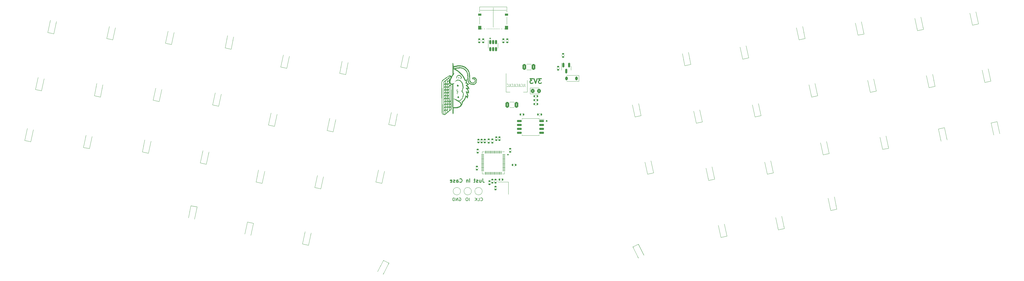
<source format=gbr>
%TF.GenerationSoftware,KiCad,Pcbnew,7.0.2*%
%TF.CreationDate,2024-09-14T12:23:29+10:00*%
%TF.ProjectId,keyboard,6b657962-6f61-4726-942e-6b696361645f,v1.0.0*%
%TF.SameCoordinates,Original*%
%TF.FileFunction,Legend,Bot*%
%TF.FilePolarity,Positive*%
%FSLAX46Y46*%
G04 Gerber Fmt 4.6, Leading zero omitted, Abs format (unit mm)*
G04 Created by KiCad (PCBNEW 7.0.2) date 2024-09-14 12:23:29*
%MOMM*%
%LPD*%
G01*
G04 APERTURE LIST*
G04 Aperture macros list*
%AMRoundRect*
0 Rectangle with rounded corners*
0 $1 Rounding radius*
0 $2 $3 $4 $5 $6 $7 $8 $9 X,Y pos of 4 corners*
0 Add a 4 corners polygon primitive as box body*
4,1,4,$2,$3,$4,$5,$6,$7,$8,$9,$2,$3,0*
0 Add four circle primitives for the rounded corners*
1,1,$1+$1,$2,$3*
1,1,$1+$1,$4,$5*
1,1,$1+$1,$6,$7*
1,1,$1+$1,$8,$9*
0 Add four rect primitives between the rounded corners*
20,1,$1+$1,$2,$3,$4,$5,0*
20,1,$1+$1,$4,$5,$6,$7,0*
20,1,$1+$1,$6,$7,$8,$9,0*
20,1,$1+$1,$8,$9,$2,$3,0*%
G04 Aperture macros list end*
%ADD10C,0.400000*%
%ADD11C,0.300000*%
%ADD12C,0.100000*%
%ADD13C,0.250000*%
%ADD14C,0.200000*%
%ADD15C,0.120000*%
%ADD16C,0.020000*%
%ADD17C,1.701800*%
%ADD18C,3.429000*%
%ADD19C,0.990600*%
%ADD20C,2.032000*%
%ADD21RoundRect,0.225000X-0.231980X0.370723X-0.436275X-0.030230X0.231980X-0.370723X0.436275X0.030230X0*%
%ADD22RoundRect,0.135000X-0.135000X-0.185000X0.135000X-0.185000X0.135000X0.185000X-0.135000X0.185000X0*%
%ADD23RoundRect,0.225000X0.413585X-0.142116X0.320025X0.298050X-0.413585X0.142116X-0.320025X-0.298050X0*%
%ADD24RoundRect,0.140000X0.170000X-0.140000X0.170000X0.140000X-0.170000X0.140000X-0.170000X-0.140000X0*%
%ADD25RoundRect,0.225000X-0.436275X0.030230X-0.231980X-0.370723X0.436275X-0.030230X0.231980X0.370723X0*%
%ADD26C,0.650000*%
%ADD27R,0.250000X1.450000*%
%ADD28R,0.300000X1.450000*%
%ADD29RoundRect,0.500000X0.000000X-0.300000X0.000000X-0.300000X0.000000X0.300000X0.000000X0.300000X0*%
%ADD30RoundRect,0.500000X0.000000X-0.600000X0.000000X-0.600000X0.000000X0.600000X0.000000X0.600000X0*%
%ADD31RoundRect,0.225000X0.320025X-0.298050X0.413585X0.142116X-0.320025X0.298050X-0.413585X-0.142116X0*%
%ADD32RoundRect,0.140000X0.140000X0.170000X-0.140000X0.170000X-0.140000X-0.170000X0.140000X-0.170000X0*%
%ADD33RoundRect,0.150000X0.650000X0.150000X-0.650000X0.150000X-0.650000X-0.150000X0.650000X-0.150000X0*%
%ADD34RoundRect,0.135000X-0.185000X0.135000X-0.185000X-0.135000X0.185000X-0.135000X0.185000X0.135000X0*%
%ADD35RoundRect,0.050000X0.387500X0.050000X-0.387500X0.050000X-0.387500X-0.050000X0.387500X-0.050000X0*%
%ADD36RoundRect,0.050000X0.050000X0.387500X-0.050000X0.387500X-0.050000X-0.387500X0.050000X-0.387500X0*%
%ADD37R,3.200000X3.200000*%
%ADD38RoundRect,0.225000X-0.320025X0.298050X-0.413585X-0.142116X0.320025X-0.298050X0.413585X0.142116X0*%
%ADD39RoundRect,0.250000X0.325000X0.650000X-0.325000X0.650000X-0.325000X-0.650000X0.325000X-0.650000X0*%
%ADD40RoundRect,0.250000X-0.325000X-0.450000X0.325000X-0.450000X0.325000X0.450000X-0.325000X0.450000X0*%
%ADD41RoundRect,0.225000X-0.413585X0.142116X-0.320025X-0.298050X0.413585X-0.142116X0.320025X0.298050X0*%
%ADD42RoundRect,0.140000X-0.170000X0.140000X-0.170000X-0.140000X0.170000X-0.140000X0.170000X0.140000X0*%
%ADD43RoundRect,0.225000X0.225000X0.375000X-0.225000X0.375000X-0.225000X-0.375000X0.225000X-0.375000X0*%
%ADD44C,2.000000*%
%ADD45RoundRect,0.150000X-0.150000X0.587500X-0.150000X-0.587500X0.150000X-0.587500X0.150000X0.587500X0*%
%ADD46RoundRect,0.135000X0.135000X0.185000X-0.135000X0.185000X-0.135000X-0.185000X0.135000X-0.185000X0*%
%ADD47R,1.200000X1.400000*%
%ADD48RoundRect,0.135000X0.185000X-0.135000X0.185000X0.135000X-0.185000X0.135000X-0.185000X-0.135000X0*%
%ADD49RoundRect,0.250000X-0.325000X-0.650000X0.325000X-0.650000X0.325000X0.650000X-0.325000X0.650000X0*%
%ADD50RoundRect,0.150000X-0.150000X0.512500X-0.150000X-0.512500X0.150000X-0.512500X0.150000X0.512500X0*%
%ADD51R,1.500000X2.000000*%
%ADD52R,3.800000X2.000000*%
%ADD53RoundRect,0.140000X-0.140000X-0.170000X0.140000X-0.170000X0.140000X0.170000X-0.140000X0.170000X0*%
G04 APERTURE END LIST*
D10*
X229811078Y-135312500D02*
G75*
G03*
X229811078Y-135312500I-100000J0D01*
G01*
D11*
X211561078Y-108562500D02*
G75*
G03*
X211561078Y-108562500I-100000J0D01*
G01*
X217311078Y-146212500D02*
G75*
G03*
X217311078Y-146212500I-100000J0D01*
G01*
D12*
X222646792Y-123302357D02*
X222646792Y-123945214D01*
X222646792Y-123945214D02*
X222675363Y-124073785D01*
X222675363Y-124073785D02*
X222732506Y-124159500D01*
X222732506Y-124159500D02*
X222818220Y-124202357D01*
X222818220Y-124202357D02*
X222875363Y-124202357D01*
X222075363Y-124202357D02*
X222361077Y-124202357D01*
X222361077Y-124202357D02*
X222361077Y-123302357D01*
X221532506Y-124116642D02*
X221561078Y-124159500D01*
X221561078Y-124159500D02*
X221646792Y-124202357D01*
X221646792Y-124202357D02*
X221703935Y-124202357D01*
X221703935Y-124202357D02*
X221789649Y-124159500D01*
X221789649Y-124159500D02*
X221846792Y-124073785D01*
X221846792Y-124073785D02*
X221875363Y-123988071D01*
X221875363Y-123988071D02*
X221903935Y-123816642D01*
X221903935Y-123816642D02*
X221903935Y-123688071D01*
X221903935Y-123688071D02*
X221875363Y-123516642D01*
X221875363Y-123516642D02*
X221846792Y-123430928D01*
X221846792Y-123430928D02*
X221789649Y-123345214D01*
X221789649Y-123345214D02*
X221703935Y-123302357D01*
X221703935Y-123302357D02*
X221646792Y-123302357D01*
X221646792Y-123302357D02*
X221561078Y-123345214D01*
X221561078Y-123345214D02*
X221532506Y-123388071D01*
X221103935Y-123302357D02*
X221103935Y-123945214D01*
X221103935Y-123945214D02*
X221132506Y-124073785D01*
X221132506Y-124073785D02*
X221189649Y-124159500D01*
X221189649Y-124159500D02*
X221275363Y-124202357D01*
X221275363Y-124202357D02*
X221332506Y-124202357D01*
X220532506Y-124202357D02*
X220818220Y-124202357D01*
X220818220Y-124202357D02*
X220818220Y-123302357D01*
X219989649Y-124116642D02*
X220018221Y-124159500D01*
X220018221Y-124159500D02*
X220103935Y-124202357D01*
X220103935Y-124202357D02*
X220161078Y-124202357D01*
X220161078Y-124202357D02*
X220246792Y-124159500D01*
X220246792Y-124159500D02*
X220303935Y-124073785D01*
X220303935Y-124073785D02*
X220332506Y-123988071D01*
X220332506Y-123988071D02*
X220361078Y-123816642D01*
X220361078Y-123816642D02*
X220361078Y-123688071D01*
X220361078Y-123688071D02*
X220332506Y-123516642D01*
X220332506Y-123516642D02*
X220303935Y-123430928D01*
X220303935Y-123430928D02*
X220246792Y-123345214D01*
X220246792Y-123345214D02*
X220161078Y-123302357D01*
X220161078Y-123302357D02*
X220103935Y-123302357D01*
X220103935Y-123302357D02*
X220018221Y-123345214D01*
X220018221Y-123345214D02*
X219989649Y-123388071D01*
X219561078Y-123302357D02*
X219561078Y-123945214D01*
X219561078Y-123945214D02*
X219589649Y-124073785D01*
X219589649Y-124073785D02*
X219646792Y-124159500D01*
X219646792Y-124159500D02*
X219732506Y-124202357D01*
X219732506Y-124202357D02*
X219789649Y-124202357D01*
X218989649Y-124202357D02*
X219275363Y-124202357D01*
X219275363Y-124202357D02*
X219275363Y-123302357D01*
X218446792Y-124116642D02*
X218475364Y-124159500D01*
X218475364Y-124159500D02*
X218561078Y-124202357D01*
X218561078Y-124202357D02*
X218618221Y-124202357D01*
X218618221Y-124202357D02*
X218703935Y-124159500D01*
X218703935Y-124159500D02*
X218761078Y-124073785D01*
X218761078Y-124073785D02*
X218789649Y-123988071D01*
X218789649Y-123988071D02*
X218818221Y-123816642D01*
X218818221Y-123816642D02*
X218818221Y-123688071D01*
X218818221Y-123688071D02*
X218789649Y-123516642D01*
X218789649Y-123516642D02*
X218761078Y-123430928D01*
X218761078Y-123430928D02*
X218703935Y-123345214D01*
X218703935Y-123345214D02*
X218618221Y-123302357D01*
X218618221Y-123302357D02*
X218561078Y-123302357D01*
X218561078Y-123302357D02*
X218475364Y-123345214D01*
X218475364Y-123345214D02*
X218446792Y-123388071D01*
X218018221Y-123302357D02*
X218018221Y-123945214D01*
X218018221Y-123945214D02*
X218046792Y-124073785D01*
X218046792Y-124073785D02*
X218103935Y-124159500D01*
X218103935Y-124159500D02*
X218189649Y-124202357D01*
X218189649Y-124202357D02*
X218246792Y-124202357D01*
X217446792Y-124202357D02*
X217732506Y-124202357D01*
X217732506Y-124202357D02*
X217732506Y-123302357D01*
X216903935Y-124116642D02*
X216932507Y-124159500D01*
X216932507Y-124159500D02*
X217018221Y-124202357D01*
X217018221Y-124202357D02*
X217075364Y-124202357D01*
X217075364Y-124202357D02*
X217161078Y-124159500D01*
X217161078Y-124159500D02*
X217218221Y-124073785D01*
X217218221Y-124073785D02*
X217246792Y-123988071D01*
X217246792Y-123988071D02*
X217275364Y-123816642D01*
X217275364Y-123816642D02*
X217275364Y-123688071D01*
X217275364Y-123688071D02*
X217246792Y-123516642D01*
X217246792Y-123516642D02*
X217218221Y-123430928D01*
X217218221Y-123430928D02*
X217161078Y-123345214D01*
X217161078Y-123345214D02*
X217075364Y-123302357D01*
X217075364Y-123302357D02*
X217018221Y-123302357D01*
X217018221Y-123302357D02*
X216932507Y-123345214D01*
X216932507Y-123345214D02*
X216903935Y-123388071D01*
D11*
X227996792Y-121628928D02*
X227068220Y-121628928D01*
X227068220Y-121628928D02*
X227568220Y-122200357D01*
X227568220Y-122200357D02*
X227353935Y-122200357D01*
X227353935Y-122200357D02*
X227211078Y-122271785D01*
X227211078Y-122271785D02*
X227139649Y-122343214D01*
X227139649Y-122343214D02*
X227068220Y-122486071D01*
X227068220Y-122486071D02*
X227068220Y-122843214D01*
X227068220Y-122843214D02*
X227139649Y-122986071D01*
X227139649Y-122986071D02*
X227211078Y-123057500D01*
X227211078Y-123057500D02*
X227353935Y-123128928D01*
X227353935Y-123128928D02*
X227782506Y-123128928D01*
X227782506Y-123128928D02*
X227925363Y-123057500D01*
X227925363Y-123057500D02*
X227996792Y-122986071D01*
X226639649Y-121628928D02*
X226139649Y-123128928D01*
X226139649Y-123128928D02*
X225639649Y-121628928D01*
X225282507Y-121628928D02*
X224353935Y-121628928D01*
X224353935Y-121628928D02*
X224853935Y-122200357D01*
X224853935Y-122200357D02*
X224639650Y-122200357D01*
X224639650Y-122200357D02*
X224496793Y-122271785D01*
X224496793Y-122271785D02*
X224425364Y-122343214D01*
X224425364Y-122343214D02*
X224353935Y-122486071D01*
X224353935Y-122486071D02*
X224353935Y-122843214D01*
X224353935Y-122843214D02*
X224425364Y-122986071D01*
X224425364Y-122986071D02*
X224496793Y-123057500D01*
X224496793Y-123057500D02*
X224639650Y-123128928D01*
X224639650Y-123128928D02*
X225068221Y-123128928D01*
X225068221Y-123128928D02*
X225211078Y-123057500D01*
X225211078Y-123057500D02*
X225282507Y-122986071D01*
D13*
X209082506Y-153965642D02*
X209082506Y-154822785D01*
X209082506Y-154822785D02*
X209139649Y-154994214D01*
X209139649Y-154994214D02*
X209253935Y-155108500D01*
X209253935Y-155108500D02*
X209425363Y-155165642D01*
X209425363Y-155165642D02*
X209539649Y-155165642D01*
X207996792Y-154365642D02*
X207996792Y-155165642D01*
X208511077Y-154365642D02*
X208511077Y-154994214D01*
X208511077Y-154994214D02*
X208453934Y-155108500D01*
X208453934Y-155108500D02*
X208339649Y-155165642D01*
X208339649Y-155165642D02*
X208168220Y-155165642D01*
X208168220Y-155165642D02*
X208053934Y-155108500D01*
X208053934Y-155108500D02*
X207996792Y-155051357D01*
X207482506Y-155108500D02*
X207368220Y-155165642D01*
X207368220Y-155165642D02*
X207139649Y-155165642D01*
X207139649Y-155165642D02*
X207025363Y-155108500D01*
X207025363Y-155108500D02*
X206968220Y-154994214D01*
X206968220Y-154994214D02*
X206968220Y-154937071D01*
X206968220Y-154937071D02*
X207025363Y-154822785D01*
X207025363Y-154822785D02*
X207139649Y-154765642D01*
X207139649Y-154765642D02*
X207311078Y-154765642D01*
X207311078Y-154765642D02*
X207425363Y-154708500D01*
X207425363Y-154708500D02*
X207482506Y-154594214D01*
X207482506Y-154594214D02*
X207482506Y-154537071D01*
X207482506Y-154537071D02*
X207425363Y-154422785D01*
X207425363Y-154422785D02*
X207311078Y-154365642D01*
X207311078Y-154365642D02*
X207139649Y-154365642D01*
X207139649Y-154365642D02*
X207025363Y-154422785D01*
X206625363Y-154365642D02*
X206168220Y-154365642D01*
X206453934Y-153965642D02*
X206453934Y-154994214D01*
X206453934Y-154994214D02*
X206396791Y-155108500D01*
X206396791Y-155108500D02*
X206282506Y-155165642D01*
X206282506Y-155165642D02*
X206168220Y-155165642D01*
X204853934Y-155165642D02*
X204853934Y-153965642D01*
X204282505Y-154365642D02*
X204282505Y-155165642D01*
X204282505Y-154479928D02*
X204225362Y-154422785D01*
X204225362Y-154422785D02*
X204111077Y-154365642D01*
X204111077Y-154365642D02*
X203939648Y-154365642D01*
X203939648Y-154365642D02*
X203825362Y-154422785D01*
X203825362Y-154422785D02*
X203768220Y-154537071D01*
X203768220Y-154537071D02*
X203768220Y-155165642D01*
X201596791Y-155051357D02*
X201653934Y-155108500D01*
X201653934Y-155108500D02*
X201825362Y-155165642D01*
X201825362Y-155165642D02*
X201939648Y-155165642D01*
X201939648Y-155165642D02*
X202111077Y-155108500D01*
X202111077Y-155108500D02*
X202225362Y-154994214D01*
X202225362Y-154994214D02*
X202282505Y-154879928D01*
X202282505Y-154879928D02*
X202339648Y-154651357D01*
X202339648Y-154651357D02*
X202339648Y-154479928D01*
X202339648Y-154479928D02*
X202282505Y-154251357D01*
X202282505Y-154251357D02*
X202225362Y-154137071D01*
X202225362Y-154137071D02*
X202111077Y-154022785D01*
X202111077Y-154022785D02*
X201939648Y-153965642D01*
X201939648Y-153965642D02*
X201825362Y-153965642D01*
X201825362Y-153965642D02*
X201653934Y-154022785D01*
X201653934Y-154022785D02*
X201596791Y-154079928D01*
X200568220Y-155165642D02*
X200568220Y-154537071D01*
X200568220Y-154537071D02*
X200625362Y-154422785D01*
X200625362Y-154422785D02*
X200739648Y-154365642D01*
X200739648Y-154365642D02*
X200968220Y-154365642D01*
X200968220Y-154365642D02*
X201082505Y-154422785D01*
X200568220Y-155108500D02*
X200682505Y-155165642D01*
X200682505Y-155165642D02*
X200968220Y-155165642D01*
X200968220Y-155165642D02*
X201082505Y-155108500D01*
X201082505Y-155108500D02*
X201139648Y-154994214D01*
X201139648Y-154994214D02*
X201139648Y-154879928D01*
X201139648Y-154879928D02*
X201082505Y-154765642D01*
X201082505Y-154765642D02*
X200968220Y-154708500D01*
X200968220Y-154708500D02*
X200682505Y-154708500D01*
X200682505Y-154708500D02*
X200568220Y-154651357D01*
X200053934Y-155108500D02*
X199939648Y-155165642D01*
X199939648Y-155165642D02*
X199711077Y-155165642D01*
X199711077Y-155165642D02*
X199596791Y-155108500D01*
X199596791Y-155108500D02*
X199539648Y-154994214D01*
X199539648Y-154994214D02*
X199539648Y-154937071D01*
X199539648Y-154937071D02*
X199596791Y-154822785D01*
X199596791Y-154822785D02*
X199711077Y-154765642D01*
X199711077Y-154765642D02*
X199882506Y-154765642D01*
X199882506Y-154765642D02*
X199996791Y-154708500D01*
X199996791Y-154708500D02*
X200053934Y-154594214D01*
X200053934Y-154594214D02*
X200053934Y-154537071D01*
X200053934Y-154537071D02*
X199996791Y-154422785D01*
X199996791Y-154422785D02*
X199882506Y-154365642D01*
X199882506Y-154365642D02*
X199711077Y-154365642D01*
X199711077Y-154365642D02*
X199596791Y-154422785D01*
X198568219Y-155108500D02*
X198682505Y-155165642D01*
X198682505Y-155165642D02*
X198911077Y-155165642D01*
X198911077Y-155165642D02*
X199025362Y-155108500D01*
X199025362Y-155108500D02*
X199082505Y-154994214D01*
X199082505Y-154994214D02*
X199082505Y-154537071D01*
X199082505Y-154537071D02*
X199025362Y-154422785D01*
X199025362Y-154422785D02*
X198911077Y-154365642D01*
X198911077Y-154365642D02*
X198682505Y-154365642D01*
X198682505Y-154365642D02*
X198568219Y-154422785D01*
X198568219Y-154422785D02*
X198511077Y-154537071D01*
X198511077Y-154537071D02*
X198511077Y-154651357D01*
X198511077Y-154651357D02*
X199082505Y-154765642D01*
D14*
X208401554Y-161094880D02*
X208449173Y-161142500D01*
X208449173Y-161142500D02*
X208592030Y-161190119D01*
X208592030Y-161190119D02*
X208687268Y-161190119D01*
X208687268Y-161190119D02*
X208830125Y-161142500D01*
X208830125Y-161142500D02*
X208925363Y-161047261D01*
X208925363Y-161047261D02*
X208972982Y-160952023D01*
X208972982Y-160952023D02*
X209020601Y-160761547D01*
X209020601Y-160761547D02*
X209020601Y-160618690D01*
X209020601Y-160618690D02*
X208972982Y-160428214D01*
X208972982Y-160428214D02*
X208925363Y-160332976D01*
X208925363Y-160332976D02*
X208830125Y-160237738D01*
X208830125Y-160237738D02*
X208687268Y-160190119D01*
X208687268Y-160190119D02*
X208592030Y-160190119D01*
X208592030Y-160190119D02*
X208449173Y-160237738D01*
X208449173Y-160237738D02*
X208401554Y-160285357D01*
X207496792Y-161190119D02*
X207972982Y-161190119D01*
X207972982Y-161190119D02*
X207972982Y-160190119D01*
X207163458Y-161190119D02*
X207163458Y-160190119D01*
X206592030Y-161190119D02*
X207020601Y-160618690D01*
X206592030Y-160190119D02*
X207163458Y-160761547D01*
X204722982Y-161190119D02*
X204722982Y-160190119D01*
X204056316Y-160190119D02*
X203865840Y-160190119D01*
X203865840Y-160190119D02*
X203770602Y-160237738D01*
X203770602Y-160237738D02*
X203675364Y-160332976D01*
X203675364Y-160332976D02*
X203627745Y-160523452D01*
X203627745Y-160523452D02*
X203627745Y-160856785D01*
X203627745Y-160856785D02*
X203675364Y-161047261D01*
X203675364Y-161047261D02*
X203770602Y-161142500D01*
X203770602Y-161142500D02*
X203865840Y-161190119D01*
X203865840Y-161190119D02*
X204056316Y-161190119D01*
X204056316Y-161190119D02*
X204151554Y-161142500D01*
X204151554Y-161142500D02*
X204246792Y-161047261D01*
X204246792Y-161047261D02*
X204294411Y-160856785D01*
X204294411Y-160856785D02*
X204294411Y-160523452D01*
X204294411Y-160523452D02*
X204246792Y-160332976D01*
X204246792Y-160332976D02*
X204151554Y-160237738D01*
X204151554Y-160237738D02*
X204056316Y-160190119D01*
X201449173Y-160237738D02*
X201544411Y-160190119D01*
X201544411Y-160190119D02*
X201687268Y-160190119D01*
X201687268Y-160190119D02*
X201830125Y-160237738D01*
X201830125Y-160237738D02*
X201925363Y-160332976D01*
X201925363Y-160332976D02*
X201972982Y-160428214D01*
X201972982Y-160428214D02*
X202020601Y-160618690D01*
X202020601Y-160618690D02*
X202020601Y-160761547D01*
X202020601Y-160761547D02*
X201972982Y-160952023D01*
X201972982Y-160952023D02*
X201925363Y-161047261D01*
X201925363Y-161047261D02*
X201830125Y-161142500D01*
X201830125Y-161142500D02*
X201687268Y-161190119D01*
X201687268Y-161190119D02*
X201592030Y-161190119D01*
X201592030Y-161190119D02*
X201449173Y-161142500D01*
X201449173Y-161142500D02*
X201401554Y-161094880D01*
X201401554Y-161094880D02*
X201401554Y-160761547D01*
X201401554Y-160761547D02*
X201592030Y-160761547D01*
X200972982Y-161190119D02*
X200972982Y-160190119D01*
X200972982Y-160190119D02*
X200401554Y-161190119D01*
X200401554Y-161190119D02*
X200401554Y-160190119D01*
X199925363Y-161190119D02*
X199925363Y-160190119D01*
X199925363Y-160190119D02*
X199687268Y-160190119D01*
X199687268Y-160190119D02*
X199544411Y-160237738D01*
X199544411Y-160237738D02*
X199449173Y-160332976D01*
X199449173Y-160332976D02*
X199401554Y-160428214D01*
X199401554Y-160428214D02*
X199353935Y-160618690D01*
X199353935Y-160618690D02*
X199353935Y-160761547D01*
X199353935Y-160761547D02*
X199401554Y-160952023D01*
X199401554Y-160952023D02*
X199449173Y-161047261D01*
X199449173Y-161047261D02*
X199544411Y-161142500D01*
X199544411Y-161142500D02*
X199687268Y-161190119D01*
X199687268Y-161190119D02*
X199925363Y-161190119D01*
D15*
%TO.C,D26*%
X178712424Y-181351215D02*
X176891922Y-184924151D01*
X176930411Y-180443234D02*
X178712424Y-181351215D01*
X176930411Y-180443234D02*
X175109909Y-184016170D01*
%TO.C,R8*%
X227307437Y-132870000D02*
X227614719Y-132870000D01*
X227307437Y-133630000D02*
X227614719Y-133630000D01*
%TO.C,D38*%
X304512524Y-170516340D02*
X303678798Y-166593968D01*
X306468819Y-170100517D02*
X304512524Y-170516340D01*
X306468819Y-170100517D02*
X305635093Y-166178145D01*
%TO.C,C10*%
X213101078Y-141170336D02*
X213101078Y-140954664D01*
X213821078Y-141170336D02*
X213821078Y-140954664D01*
%TO.C,D30*%
X259319589Y-175193234D02*
X261140091Y-178766170D01*
X257537576Y-176101215D02*
X259319589Y-175193234D01*
X257537576Y-176101215D02*
X259358078Y-179674151D01*
D12*
%TO.C,J1*%
X208027159Y-105412500D02*
X208027159Y-98312500D01*
X208027159Y-105412500D02*
X216827159Y-105412500D01*
D16*
X212427159Y-104932500D02*
X212427159Y-98612500D01*
D12*
X216627159Y-99412500D02*
X208227159Y-99412500D01*
X216827159Y-98312500D02*
X208027159Y-98312500D01*
X216827159Y-105412500D02*
X216827159Y-98312500D01*
D15*
%TO.C,D43*%
X330262524Y-107516340D02*
X329428798Y-103593968D01*
X332218819Y-107100517D02*
X330262524Y-107516340D01*
X332218819Y-107100517D02*
X331385093Y-103178145D01*
%TO.C,D3*%
X64531181Y-125100517D02*
X65364907Y-121178145D01*
X66487476Y-125516340D02*
X64531181Y-125100517D01*
X66487476Y-125516340D02*
X67321202Y-121593968D01*
%TO.C,D39*%
X311262524Y-109016340D02*
X310428798Y-105093968D01*
X313218819Y-108600517D02*
X311262524Y-109016340D01*
X313218819Y-108600517D02*
X312385093Y-104678145D01*
%TO.C,D25*%
X174531181Y-155100517D02*
X175364907Y-151178145D01*
X176487476Y-155516340D02*
X174531181Y-155100517D01*
X176487476Y-155516340D02*
X177321202Y-151593968D01*
%TO.C,C3*%
X215068914Y-154672500D02*
X214853242Y-154672500D01*
X215068914Y-153952500D02*
X214853242Y-153952500D01*
%TO.C,U3*%
X227225000Y-139975000D02*
X227225000Y-139715000D01*
X227225000Y-134785000D02*
X228900000Y-134785000D01*
X227225000Y-134525000D02*
X227225000Y-134785000D01*
X224500000Y-139975000D02*
X227225000Y-139975000D01*
X224500000Y-139975000D02*
X221775000Y-139975000D01*
X224500000Y-134525000D02*
X227225000Y-134525000D01*
X224500000Y-134525000D02*
X221775000Y-134525000D01*
X221775000Y-139975000D02*
X221775000Y-139715000D01*
X221775000Y-134525000D02*
X221775000Y-134785000D01*
%TO.C,D5*%
X87531181Y-108600517D02*
X88364907Y-104678145D01*
X89487476Y-109016340D02*
X87531181Y-108600517D01*
X89487476Y-109016340D02*
X90321202Y-105093968D01*
%TO.C,R4*%
X216091078Y-109158859D02*
X216091078Y-109466141D01*
X215331078Y-109158859D02*
X215331078Y-109466141D01*
%TO.C,C9*%
X208351078Y-141920336D02*
X208351078Y-141704664D01*
X209071078Y-141920336D02*
X209071078Y-141704664D01*
%TO.C,U4*%
X216071078Y-152422500D02*
X216071078Y-151772500D01*
X215421078Y-152422500D02*
X216071078Y-152422500D01*
X215421078Y-145202500D02*
X216071078Y-145202500D01*
X209501078Y-152422500D02*
X208851078Y-152422500D01*
X209501078Y-145202500D02*
X208851078Y-145202500D01*
X208851078Y-152422500D02*
X208851078Y-151772500D01*
X208851078Y-145202500D02*
X208851078Y-145852500D01*
%TO.C,D34*%
X286012524Y-173016340D02*
X285178798Y-169093968D01*
X287968819Y-172600517D02*
X286012524Y-173016340D01*
X287968819Y-172600517D02*
X287135093Y-168678145D01*
%TO.C,D14*%
X116718819Y-163149483D02*
X115885093Y-167071855D01*
X114762524Y-162733660D02*
X116718819Y-163149483D01*
X114762524Y-162733660D02*
X113928798Y-166656032D01*
%TO.C,D42*%
X321512524Y-164266340D02*
X320678798Y-160343968D01*
X323468819Y-163850517D02*
X321512524Y-164266340D01*
X323468819Y-163850517D02*
X322635093Y-159928145D01*
%TO.C,R13*%
X211341078Y-141658859D02*
X211341078Y-141966141D01*
X210581078Y-141658859D02*
X210581078Y-141966141D01*
%TO.C,D44*%
X334262524Y-126016340D02*
X333428798Y-122093968D01*
X336218819Y-125600517D02*
X334262524Y-126016340D01*
X336218819Y-125600517D02*
X335385093Y-121678145D01*
%TO.C,D11*%
X125781181Y-111600517D02*
X126614907Y-107678145D01*
X127737476Y-112016340D02*
X125781181Y-111600517D01*
X127737476Y-112016340D02*
X128571202Y-108093968D01*
%TO.C,D50*%
X371262524Y-122766340D02*
X370428798Y-118843968D01*
X373218819Y-122350517D02*
X371262524Y-122766340D01*
X373218819Y-122350517D02*
X372385093Y-118428145D01*
%TO.C,C16*%
X219172330Y-130972500D02*
X217749826Y-130972500D01*
X219172330Y-129152500D02*
X217749826Y-129152500D01*
%TO.C,D1*%
X224351078Y-124602500D02*
X227211078Y-124602500D01*
X224351078Y-126522500D02*
X224351078Y-124602500D01*
X227211078Y-126522500D02*
X224351078Y-126522500D01*
%TO.C,C12*%
X207101078Y-145170336D02*
X207101078Y-144954664D01*
X207821078Y-145170336D02*
X207821078Y-144954664D01*
%TO.C,R12*%
X212591078Y-141658859D02*
X212591078Y-141966141D01*
X211831078Y-141658859D02*
X211831078Y-141966141D01*
%TO.C,D48*%
X358237476Y-137483660D02*
X359071202Y-141406032D01*
X356281181Y-137899483D02*
X358237476Y-137483660D01*
X356281181Y-137899483D02*
X357114907Y-141821855D01*
%TO.C,D12*%
X121781181Y-130100517D02*
X122614907Y-126178145D01*
X123737476Y-130516340D02*
X121781181Y-130100517D01*
X123737476Y-130516340D02*
X124571202Y-126593968D01*
%TO.C,D7*%
X80031181Y-143850517D02*
X80864907Y-139928145D01*
X81987476Y-144266340D02*
X80031181Y-143850517D01*
X81987476Y-144266340D02*
X82821202Y-140343968D01*
%TO.C,D10*%
X99031181Y-145350517D02*
X99864907Y-141428145D01*
X100987476Y-145766340D02*
X99031181Y-145350517D01*
X100987476Y-145766340D02*
X101821202Y-141843968D01*
%TO.C,D16*%
X139781181Y-136600517D02*
X140614907Y-132678145D01*
X141737476Y-137016340D02*
X139781181Y-136600517D01*
X141737476Y-137016340D02*
X142571202Y-133093968D01*
%TO.C,D9*%
X102531181Y-128600517D02*
X103364907Y-124678145D01*
X104487476Y-129016340D02*
X102531181Y-128600517D01*
X104487476Y-129016340D02*
X105321202Y-125093968D01*
%TO.C,C4*%
X213571078Y-156954664D02*
X213571078Y-157170336D01*
X212851078Y-156954664D02*
X212851078Y-157170336D01*
%TO.C,D47*%
X353262524Y-124516340D02*
X352428798Y-120593968D01*
X355218819Y-124100517D02*
X353262524Y-124516340D01*
X355218819Y-124100517D02*
X354385093Y-120178145D01*
%TO.C,C13*%
X207571078Y-150454664D02*
X207571078Y-150670336D01*
X206851078Y-150454664D02*
X206851078Y-150670336D01*
%TO.C,D27*%
X240110000Y-122500000D02*
X236100000Y-122500000D01*
X240110000Y-120500000D02*
X240110000Y-122500000D01*
X240110000Y-120500000D02*
X236100000Y-120500000D01*
%TO.C,D19*%
X162781181Y-119850517D02*
X163614907Y-115928145D01*
X164737476Y-120266340D02*
X162781181Y-119850517D01*
X164737476Y-120266340D02*
X165571202Y-116343968D01*
%TO.C,D49*%
X367262524Y-104266340D02*
X366428798Y-100343968D01*
X369218819Y-103850517D02*
X367262524Y-104266340D01*
X369218819Y-103850517D02*
X368385093Y-99928145D01*
%TO.C,TP2*%
X208911078Y-158062500D02*
G75*
G03*
X208911078Y-158062500I-1200000J0D01*
G01*
%TO.C,D15*%
X143781181Y-117850517D02*
X144614907Y-113928145D01*
X145737476Y-118266340D02*
X143781181Y-117850517D01*
X145737476Y-118266340D02*
X146571202Y-114343968D01*
%TO.C,D35*%
X293012524Y-115266340D02*
X292178798Y-111343968D01*
X294968819Y-114850517D02*
X293012524Y-115266340D01*
X294968819Y-114850517D02*
X294135093Y-110928145D01*
%TO.C,D32*%
X278012524Y-136016340D02*
X277178798Y-132093968D01*
X279968819Y-135600517D02*
X278012524Y-136016340D01*
X279968819Y-135600517D02*
X279135093Y-131678145D01*
%TO.C,D51*%
X375237476Y-135483660D02*
X376071202Y-139406032D01*
X373281181Y-135899483D02*
X375237476Y-135483660D01*
X373281181Y-135899483D02*
X374114907Y-139821855D01*
%TO.C,D31*%
X274355578Y-117380284D02*
X273521852Y-113457912D01*
X276311873Y-116964461D02*
X274355578Y-117380284D01*
X276311873Y-116964461D02*
X275478147Y-113042089D01*
%TO.C,C7*%
X217601078Y-144920336D02*
X217601078Y-144704664D01*
X218321078Y-144920336D02*
X218321078Y-144704664D01*
%TO.C,Q1*%
X237610000Y-118187500D02*
X237610000Y-117537500D01*
X237610000Y-118187500D02*
X237610000Y-118837500D01*
X234490000Y-118187500D02*
X234490000Y-116512500D01*
X234490000Y-118187500D02*
X234490000Y-118837500D01*
%TO.C,R2*%
X226364719Y-128942500D02*
X226057437Y-128942500D01*
X226364719Y-128182500D02*
X226057437Y-128182500D01*
%TO.C,D28*%
X258262524Y-134016340D02*
X257428798Y-130093968D01*
X260218819Y-133600517D02*
X258262524Y-134016340D01*
X260218819Y-133600517D02*
X259385093Y-129678145D01*
%TO.C,D33*%
X282012524Y-154516340D02*
X281178798Y-150593968D01*
X283968819Y-154100517D02*
X282012524Y-154516340D01*
X283968819Y-154100517D02*
X283135093Y-150178145D01*
%TO.C,D6*%
X83531181Y-127100517D02*
X84364907Y-123178145D01*
X85487476Y-127516340D02*
X83531181Y-127100517D01*
X85487476Y-127516340D02*
X86321202Y-123593968D01*
%TO.C,*%
G36*
X199172531Y-125162963D02*
G01*
X199139419Y-125183653D01*
X199118728Y-125150542D01*
X199151840Y-125129851D01*
X199172531Y-125162963D01*
G37*
G36*
X201349220Y-125981322D02*
G01*
X201351083Y-126032807D01*
X201284434Y-126067057D01*
X201257655Y-126063885D01*
X201251329Y-126014078D01*
X201266758Y-125993772D01*
X201325830Y-125967525D01*
X201349220Y-125981322D01*
G37*
G36*
X201303704Y-125599467D02*
G01*
X201282862Y-125666400D01*
X201209403Y-125705853D01*
X201168818Y-125696879D01*
X201170749Y-125627821D01*
X201198160Y-125586516D01*
X201263202Y-125557635D01*
X201303704Y-125599467D01*
G37*
G36*
X201253729Y-127323678D02*
G01*
X201377267Y-127437515D01*
X201427760Y-127571332D01*
X201402834Y-127733733D01*
X201294553Y-127858946D01*
X201216760Y-127895251D01*
X201069256Y-127887883D01*
X200940506Y-127772473D01*
X200891448Y-127661265D01*
X200908683Y-127501192D01*
X201024518Y-127365923D01*
X201114763Y-127318782D01*
X201253729Y-127323678D01*
G37*
G36*
X201211400Y-123640395D02*
G01*
X201291788Y-123823697D01*
X201311772Y-123905728D01*
X201298181Y-123998955D01*
X201213113Y-124097452D01*
X201068876Y-124181367D01*
X200913842Y-124168197D01*
X200779446Y-124051749D01*
X200750091Y-123999480D01*
X200727370Y-123832732D01*
X200792351Y-123679292D01*
X200932824Y-123576953D01*
X200955804Y-123569043D01*
X201103365Y-123558231D01*
X201211400Y-123640395D01*
G37*
G36*
X201437188Y-121132077D02*
G01*
X201438115Y-121240777D01*
X201439575Y-121308990D01*
X201518435Y-121369315D01*
X201578243Y-121392186D01*
X201643694Y-121454903D01*
X201642304Y-121470293D01*
X201573472Y-121484408D01*
X201423640Y-121460770D01*
X201364002Y-121448095D01*
X201194872Y-121422678D01*
X201075665Y-121419379D01*
X201038810Y-121423615D01*
X201003646Y-121414125D01*
X201063372Y-121359871D01*
X201131909Y-121320418D01*
X201232285Y-121303252D01*
X201288252Y-121283806D01*
X201338187Y-121182683D01*
X201371806Y-121100512D01*
X201416099Y-121090675D01*
X201437188Y-121132077D01*
G37*
G36*
X200905551Y-125108346D02*
G01*
X200861545Y-125270941D01*
X200837122Y-125353935D01*
X200824791Y-125556717D01*
X200887887Y-125707825D01*
X201020471Y-125787938D01*
X201086008Y-125805608D01*
X201105818Y-125835723D01*
X201071336Y-125903672D01*
X200978056Y-126035782D01*
X200909174Y-126160970D01*
X200870385Y-126318057D01*
X200885888Y-126445159D01*
X200957108Y-126510017D01*
X200970562Y-126514960D01*
X200999642Y-126576507D01*
X200994651Y-126591253D01*
X200938497Y-126617856D01*
X200853933Y-126572755D01*
X200771954Y-126470397D01*
X200759629Y-126445859D01*
X200735059Y-126303292D01*
X200776073Y-126107794D01*
X200807443Y-125993797D01*
X200814381Y-125871045D01*
X200768013Y-125789016D01*
X200715890Y-125716175D01*
X200664864Y-125576225D01*
X200658350Y-125519836D01*
X200680203Y-125288388D01*
X200774860Y-125104140D01*
X200839853Y-125041279D01*
X200897167Y-125029570D01*
X200905551Y-125108346D01*
G37*
G36*
X201661876Y-120460957D02*
G01*
X201907120Y-120576457D01*
X202106205Y-120751095D01*
X202233749Y-120978072D01*
X202276998Y-121186277D01*
X202244669Y-121383931D01*
X202124049Y-121595957D01*
X202075576Y-121653915D01*
X201976885Y-121728133D01*
X201895890Y-121746585D01*
X201857541Y-121707773D01*
X201886787Y-121610198D01*
X201969716Y-121453117D01*
X202035504Y-121281913D01*
X202044398Y-121146102D01*
X202002379Y-121014864D01*
X201873360Y-120839008D01*
X201669708Y-120707976D01*
X201431393Y-120649811D01*
X201189018Y-120671494D01*
X200973186Y-120780011D01*
X200934058Y-120813203D01*
X200861517Y-120901359D01*
X200818820Y-121022457D01*
X200789633Y-121215225D01*
X200779100Y-121300601D01*
X200753095Y-121443095D01*
X200719911Y-121506656D01*
X200670648Y-121513607D01*
X200614761Y-121459399D01*
X200589824Y-121339106D01*
X200588986Y-121220539D01*
X200584108Y-121125274D01*
X200595260Y-121036225D01*
X200651794Y-120881056D01*
X200735745Y-120720537D01*
X200825761Y-120600987D01*
X200903045Y-120537276D01*
X201134453Y-120434568D01*
X201395858Y-120411395D01*
X201661876Y-120460957D01*
G37*
G36*
X199497327Y-116548689D02*
G01*
X199497834Y-116548916D01*
X199544074Y-116596891D01*
X199576700Y-116701342D01*
X199597306Y-116875699D01*
X199607490Y-117133391D01*
X199608843Y-117487852D01*
X199607863Y-117645560D01*
X200105335Y-117508903D01*
X200319267Y-117454043D01*
X201030402Y-117331268D01*
X201703981Y-117309653D01*
X202337762Y-117388783D01*
X202929501Y-117568241D01*
X203476955Y-117847614D01*
X203977881Y-118226485D01*
X204000880Y-118247324D01*
X204278295Y-118534880D01*
X204501885Y-118847649D01*
X204676093Y-119199267D01*
X204805357Y-119603374D01*
X204894119Y-120073605D01*
X204946818Y-120623599D01*
X204967897Y-121266993D01*
X204979181Y-121689857D01*
X205007218Y-122027293D01*
X205056173Y-122285855D01*
X205130295Y-122481113D01*
X205233836Y-122628639D01*
X205371044Y-122744002D01*
X205529306Y-122838379D01*
X205663823Y-122877808D01*
X205831637Y-122878424D01*
X205955216Y-122863052D01*
X206206471Y-122776002D01*
X206391165Y-122627707D01*
X206490275Y-122431086D01*
X206510948Y-122244859D01*
X206472473Y-122033893D01*
X206371946Y-121875907D01*
X206222389Y-121789247D01*
X206036823Y-121792258D01*
X205933077Y-121806829D01*
X205771346Y-121765892D01*
X205666335Y-121653346D01*
X205642152Y-121487788D01*
X205644527Y-121471811D01*
X205724526Y-121296670D01*
X205895596Y-121183746D01*
X206157895Y-121132928D01*
X206162679Y-121132633D01*
X206468777Y-121166246D01*
X206740030Y-121298576D01*
X206963096Y-121520120D01*
X207124630Y-121821377D01*
X207157413Y-121915150D01*
X207185002Y-122036868D01*
X207186395Y-122166196D01*
X207160854Y-122336171D01*
X207107639Y-122579827D01*
X207058288Y-122786311D01*
X207008106Y-122958104D01*
X206954186Y-123076025D01*
X206882402Y-123169651D01*
X206778623Y-123268557D01*
X206687371Y-123339959D01*
X206474887Y-123468237D01*
X206257081Y-123563887D01*
X206246139Y-123567567D01*
X206099958Y-123612153D01*
X205975672Y-123632801D01*
X205841044Y-123628723D01*
X205663833Y-123599132D01*
X205541422Y-123571986D01*
X205411801Y-123543241D01*
X205164231Y-123483776D01*
X204990778Y-123432558D01*
X204869118Y-123378222D01*
X204770767Y-123307985D01*
X204667239Y-123209062D01*
X204605146Y-123139964D01*
X204455207Y-122933638D01*
X204339470Y-122724244D01*
X204314599Y-122657748D01*
X204262285Y-122461651D01*
X204212791Y-122213314D01*
X204170783Y-121944643D01*
X204140930Y-121687545D01*
X204127897Y-121473927D01*
X204136354Y-121335695D01*
X204142263Y-121229033D01*
X204134337Y-121040729D01*
X204115060Y-120801081D01*
X204087184Y-120539268D01*
X204053461Y-120284470D01*
X204016640Y-120065869D01*
X203967932Y-119868621D01*
X203786693Y-119442570D01*
X203519985Y-119070354D01*
X203179124Y-118759423D01*
X202775427Y-118517231D01*
X202320214Y-118351227D01*
X201824801Y-118268864D01*
X201300507Y-118277593D01*
X201262454Y-118281762D01*
X201002945Y-118315883D01*
X200755689Y-118356672D01*
X200569584Y-118396193D01*
X200303404Y-118465486D01*
X200545364Y-118623833D01*
X200744702Y-118756985D01*
X201462480Y-119290381D01*
X202076835Y-119842322D01*
X202592869Y-120418342D01*
X203015686Y-121023973D01*
X203350388Y-121664748D01*
X203427247Y-121828362D01*
X203495037Y-121953715D01*
X203535102Y-122004909D01*
X203548278Y-122003387D01*
X203632484Y-121960762D01*
X203754432Y-121877394D01*
X203798943Y-121846282D01*
X203908954Y-121792260D01*
X203968155Y-121799229D01*
X203985749Y-121853875D01*
X204001157Y-122013405D01*
X203998631Y-122224932D01*
X203979184Y-122452599D01*
X203943828Y-122660545D01*
X203881490Y-122930558D01*
X204095650Y-123044768D01*
X204182110Y-123093793D01*
X204361415Y-123212400D01*
X204515506Y-123334561D01*
X204620913Y-123440679D01*
X204654166Y-123511153D01*
X204650218Y-123522635D01*
X204593286Y-123552616D01*
X204557856Y-123557480D01*
X204442907Y-123599318D01*
X204288712Y-123671052D01*
X204032850Y-123800735D01*
X204204412Y-123949107D01*
X204273513Y-124012773D01*
X204486338Y-124259308D01*
X204657688Y-124532583D01*
X204760498Y-124791588D01*
X204817874Y-125021212D01*
X204537215Y-124956417D01*
X204256557Y-124891622D01*
X204382348Y-125104841D01*
X204403540Y-125142691D01*
X204498697Y-125353144D01*
X204567829Y-125565069D01*
X204570480Y-125576264D01*
X204603172Y-125759254D01*
X204624711Y-125961587D01*
X204633532Y-126151166D01*
X204628070Y-126295890D01*
X204606761Y-126363660D01*
X204587568Y-126363273D01*
X204495616Y-126324636D01*
X204362382Y-126247795D01*
X204297090Y-126208006D01*
X204179744Y-126146593D01*
X204120120Y-126130606D01*
X204116810Y-126157775D01*
X204141188Y-126263360D01*
X204194025Y-126417456D01*
X204298038Y-126722797D01*
X204355397Y-127007613D01*
X204360395Y-127291806D01*
X204317889Y-127622608D01*
X204237525Y-128082421D01*
X204066323Y-127870245D01*
X204013035Y-127805810D01*
X203889873Y-127666766D01*
X203795039Y-127572163D01*
X203784963Y-127563603D01*
X203731616Y-127529620D01*
X203691261Y-127548233D01*
X203648855Y-127637129D01*
X203589356Y-127813995D01*
X203490814Y-128074629D01*
X203344909Y-128356805D01*
X203145531Y-128655914D01*
X202876714Y-128998495D01*
X202721805Y-129197172D01*
X202625524Y-129354312D01*
X202608241Y-129446541D01*
X202617517Y-129613031D01*
X202552014Y-129815319D01*
X202422251Y-130014067D01*
X202396420Y-130045449D01*
X202268888Y-130222746D01*
X202156456Y-130408096D01*
X202103798Y-130491382D01*
X201907122Y-130699582D01*
X201643085Y-130889787D01*
X201342207Y-131042165D01*
X201035010Y-131136878D01*
X200931722Y-131155453D01*
X200633274Y-131193363D01*
X200332187Y-131212726D01*
X200065309Y-131211888D01*
X199869487Y-131189197D01*
X199760213Y-131177377D01*
X199680899Y-131197348D01*
X199677667Y-131201835D01*
X199657504Y-131287778D01*
X199642258Y-131448839D01*
X199635014Y-131654281D01*
X199632156Y-131931107D01*
X199627842Y-132292565D01*
X199622917Y-132565351D01*
X199616319Y-132762855D01*
X199606983Y-132898463D01*
X199593845Y-132985568D01*
X199575842Y-133037558D01*
X199551912Y-133067825D01*
X199520988Y-133089754D01*
X199459765Y-133116261D01*
X199387252Y-133087213D01*
X199385307Y-133083623D01*
X199363603Y-132984273D01*
X199343229Y-132784507D01*
X199324326Y-132493536D01*
X199307041Y-132120573D01*
X199302876Y-132001008D01*
X199291515Y-131674828D01*
X199277893Y-131165513D01*
X199266318Y-130601839D01*
X199256936Y-129993017D01*
X199249889Y-129348261D01*
X199245321Y-128676780D01*
X199243376Y-127987786D01*
X199244199Y-127290492D01*
X199247932Y-126594107D01*
X199254721Y-125907843D01*
X199264708Y-125240914D01*
X199266517Y-125019905D01*
X199263394Y-124803852D01*
X199255454Y-124650646D01*
X199243462Y-124584055D01*
X199233247Y-124533423D01*
X199234630Y-124399545D01*
X199250655Y-124218728D01*
X199263078Y-124068317D01*
X199261407Y-123918232D01*
X199241679Y-123841459D01*
X199224757Y-123792621D01*
X199253521Y-123691556D01*
X199282036Y-123627837D01*
X199250615Y-123592084D01*
X199130338Y-123576364D01*
X199116100Y-123575368D01*
X198990497Y-123570015D01*
X198929272Y-123573591D01*
X198921893Y-123615917D01*
X198917193Y-123741625D01*
X198917718Y-123919783D01*
X198920447Y-124104462D01*
X198923531Y-124367163D01*
X198926550Y-124670492D01*
X198929126Y-124979261D01*
X198931071Y-125237082D01*
X198934184Y-125639000D01*
X198937406Y-126045303D01*
X198940285Y-126398583D01*
X198942251Y-126650130D01*
X198944677Y-127000100D01*
X198946690Y-127333978D01*
X198947988Y-127604596D01*
X198948356Y-127694415D01*
X198949970Y-128015348D01*
X198952069Y-128365191D01*
X198954297Y-128682779D01*
X198955035Y-128781069D01*
X198957317Y-129116196D01*
X198959406Y-129463244D01*
X198960924Y-129761037D01*
X198961382Y-129851473D01*
X198963617Y-130172432D01*
X198966745Y-130522272D01*
X198970237Y-130839913D01*
X198971072Y-131002664D01*
X198967922Y-131239262D01*
X198960149Y-131425944D01*
X198948691Y-131532467D01*
X198942490Y-131550577D01*
X198869266Y-131658710D01*
X198741158Y-131796392D01*
X198586374Y-131935435D01*
X198433122Y-132047652D01*
X198406879Y-132067729D01*
X198309183Y-132147295D01*
X198296650Y-132157690D01*
X198159632Y-132271344D01*
X197977984Y-132423556D01*
X197864296Y-132519107D01*
X197725695Y-132635145D01*
X197687412Y-132667195D01*
X197549124Y-132782251D01*
X197472335Y-132845181D01*
X197398074Y-132904507D01*
X197262422Y-133013289D01*
X197130844Y-133119014D01*
X197101298Y-133142754D01*
X196813883Y-133373915D01*
X196625177Y-133330349D01*
X196425227Y-133284187D01*
X196301602Y-133251330D01*
X196246221Y-133236611D01*
X196059785Y-133167868D01*
X195956983Y-133102338D01*
X195944544Y-133081935D01*
X195918995Y-132990398D01*
X195897559Y-132831065D01*
X195879877Y-132596833D01*
X195865591Y-132280597D01*
X195854344Y-131875255D01*
X195845779Y-131373703D01*
X195839538Y-130768837D01*
X195839309Y-130741329D01*
X195836762Y-130504822D01*
X195832518Y-130174101D01*
X195826797Y-129763181D01*
X195819820Y-129286076D01*
X195811806Y-128756801D01*
X195802977Y-128189371D01*
X195793552Y-127597803D01*
X195783753Y-126996110D01*
X195773798Y-126398307D01*
X195763908Y-125818409D01*
X195754305Y-125270433D01*
X195745207Y-124768392D01*
X195742304Y-124602216D01*
X195735762Y-124025346D01*
X195737299Y-123546168D01*
X195747747Y-123154734D01*
X195752186Y-123085782D01*
X195943675Y-123085782D01*
X195944949Y-123146173D01*
X195948133Y-123321965D01*
X195952717Y-123591844D01*
X195958544Y-123946042D01*
X195965461Y-124374791D01*
X195973309Y-124868320D01*
X195981934Y-125416862D01*
X195991178Y-126010647D01*
X196000886Y-126639906D01*
X196010903Y-127294871D01*
X196016166Y-127640276D01*
X196026395Y-128310074D01*
X196036391Y-128962707D01*
X196045974Y-129586515D01*
X196054963Y-130169845D01*
X196063178Y-130701037D01*
X196070439Y-131168436D01*
X196076567Y-131560383D01*
X196081381Y-131865221D01*
X196084700Y-132071296D01*
X196087452Y-132229292D01*
X196094535Y-132518387D01*
X196104949Y-132722298D01*
X196121410Y-132858584D01*
X196146639Y-132944802D01*
X196183352Y-132998508D01*
X196234271Y-133037262D01*
X196339063Y-133089065D01*
X196409902Y-133097044D01*
X196417178Y-133084605D01*
X196433282Y-132986683D01*
X196443458Y-132815757D01*
X196444833Y-132685962D01*
X196445695Y-132604613D01*
X196628380Y-132604613D01*
X196629746Y-132706564D01*
X196636294Y-132914952D01*
X196646362Y-133067989D01*
X196658395Y-133138132D01*
X196668237Y-133143839D01*
X196743289Y-133121112D01*
X196858674Y-133047903D01*
X196897966Y-133018135D01*
X196975527Y-132948827D01*
X197015589Y-132872619D01*
X197030486Y-132755000D01*
X197031261Y-132682592D01*
X197032557Y-132561458D01*
X197032345Y-132507791D01*
X197209659Y-132507791D01*
X197213484Y-132645707D01*
X197223914Y-132715883D01*
X197233920Y-132716477D01*
X197304956Y-132675421D01*
X197417889Y-132588874D01*
X197444971Y-132566137D01*
X197545990Y-132463698D01*
X197590050Y-132355938D01*
X197601263Y-132190475D01*
X197602398Y-132014090D01*
X197594141Y-131872655D01*
X197573808Y-131831043D01*
X197566365Y-131815809D01*
X197509824Y-131828999D01*
X197415274Y-131897668D01*
X197392231Y-131916629D01*
X197282946Y-132033361D01*
X197228211Y-132137830D01*
X197220563Y-132198646D01*
X197212123Y-132344612D01*
X197209659Y-132507791D01*
X197032345Y-132507791D01*
X197031486Y-132290007D01*
X197027169Y-132059142D01*
X197017798Y-131910672D01*
X197001526Y-131829429D01*
X196989368Y-131815243D01*
X196976509Y-131800240D01*
X196940899Y-131807938D01*
X196852459Y-131873567D01*
X196744415Y-131979277D01*
X196700914Y-132031195D01*
X196659710Y-132106091D01*
X196637319Y-132208127D01*
X196628592Y-132365052D01*
X196628380Y-132604613D01*
X196445695Y-132604613D01*
X196445755Y-132598909D01*
X196445396Y-132561364D01*
X196443158Y-132258643D01*
X196441518Y-131921450D01*
X196441240Y-131801756D01*
X196440808Y-131616024D01*
X196440445Y-131482455D01*
X196439836Y-131339636D01*
X196629087Y-131339636D01*
X196629134Y-131597868D01*
X196644057Y-131823028D01*
X196839201Y-131661211D01*
X196892497Y-131616161D01*
X196986994Y-131517052D01*
X197019255Y-131427958D01*
X197198514Y-131427958D01*
X197202411Y-131589818D01*
X197217293Y-131717156D01*
X197241454Y-131772146D01*
X197253870Y-131769831D01*
X197331386Y-131720314D01*
X197443260Y-131625757D01*
X197466819Y-131603726D01*
X197560651Y-131498050D01*
X197577524Y-131450532D01*
X197779828Y-131450532D01*
X197780240Y-131657114D01*
X197784625Y-131868681D01*
X197792404Y-132056379D01*
X197802996Y-132191358D01*
X197815820Y-132244768D01*
X197827144Y-132242441D01*
X197902360Y-132193076D01*
X198012977Y-132098893D01*
X198178310Y-131946059D01*
X198177641Y-131720972D01*
X198176731Y-131414546D01*
X198176609Y-131396527D01*
X198350627Y-131396527D01*
X198354839Y-131568426D01*
X198368393Y-131699204D01*
X198389781Y-131754296D01*
X198399169Y-131754101D01*
X198478182Y-131713547D01*
X198590057Y-131626321D01*
X198593843Y-131622961D01*
X198678479Y-131539565D01*
X198724802Y-131456541D01*
X198745217Y-131336958D01*
X198752136Y-131143879D01*
X198758257Y-130799643D01*
X198564128Y-130946694D01*
X198512822Y-130987409D01*
X198408160Y-131085212D01*
X198363470Y-131151048D01*
X198357264Y-131218075D01*
X198350627Y-131396527D01*
X198176609Y-131396527D01*
X198175790Y-131275971D01*
X198172088Y-131067377D01*
X198166422Y-130917948D01*
X198159577Y-130853317D01*
X198153218Y-130849997D01*
X198147640Y-130852304D01*
X198086896Y-130877423D01*
X197977035Y-130952848D01*
X197952472Y-130972601D01*
X197845697Y-131078250D01*
X197794053Y-131163403D01*
X197793253Y-131167728D01*
X197783972Y-131277786D01*
X197779828Y-131450532D01*
X197577524Y-131450532D01*
X197599278Y-131389267D01*
X197604035Y-131224070D01*
X197599354Y-131055535D01*
X197587824Y-130920860D01*
X197576935Y-130900573D01*
X197559990Y-130869006D01*
X197504812Y-130884348D01*
X197411249Y-130951261D01*
X197388168Y-130969587D01*
X197274654Y-131091349D01*
X197216048Y-131208150D01*
X197207304Y-131269400D01*
X197198514Y-131427958D01*
X197019255Y-131427958D01*
X197024319Y-131413972D01*
X197028033Y-131256413D01*
X197026439Y-131193183D01*
X197020191Y-130991735D01*
X197007699Y-130881839D01*
X197001328Y-130874229D01*
X196979654Y-130848346D01*
X196926743Y-130876113D01*
X196839654Y-130949994D01*
X196782127Y-131003443D01*
X196676506Y-131152509D01*
X196629087Y-131339636D01*
X196439836Y-131339636D01*
X196439438Y-131246235D01*
X196437844Y-130919209D01*
X196437071Y-130771007D01*
X196435717Y-130511303D01*
X196435654Y-130499741D01*
X196620002Y-130499741D01*
X196622909Y-130662164D01*
X196637425Y-130789807D01*
X196662120Y-130845019D01*
X196674610Y-130842673D01*
X196752205Y-130793057D01*
X196864150Y-130698424D01*
X196899111Y-130665632D01*
X196966546Y-130590937D01*
X197006010Y-130509203D01*
X197021603Y-130400878D01*
X197195149Y-130400878D01*
X197196365Y-130626508D01*
X197204988Y-130881293D01*
X197394919Y-130723800D01*
X197499370Y-130631201D01*
X197558872Y-130545815D01*
X197572819Y-130484207D01*
X197766012Y-130484207D01*
X197771748Y-130645403D01*
X197785626Y-130771990D01*
X197805818Y-130826100D01*
X197813879Y-130825635D01*
X197888565Y-130785078D01*
X197999590Y-130699593D01*
X198003145Y-130696550D01*
X198088827Y-130614850D01*
X198136423Y-130532238D01*
X198147975Y-130470140D01*
X198350434Y-130470140D01*
X198350814Y-130609768D01*
X198359215Y-130756768D01*
X198386288Y-130817222D01*
X198442393Y-130805914D01*
X198537893Y-130737629D01*
X198563474Y-130717233D01*
X198669697Y-130617885D01*
X198721462Y-130544422D01*
X198725414Y-130526603D01*
X198738120Y-130404721D01*
X198742463Y-130244074D01*
X198739038Y-130081918D01*
X198728435Y-129955515D01*
X198711249Y-129902126D01*
X198700157Y-129903781D01*
X198623786Y-129951136D01*
X198513163Y-130044077D01*
X198478879Y-130076335D01*
X198387638Y-130169270D01*
X198351018Y-130218768D01*
X198350995Y-130230069D01*
X198350784Y-130322719D01*
X198350434Y-130470140D01*
X198147975Y-130470140D01*
X198158752Y-130412209D01*
X198168637Y-130218252D01*
X198179949Y-129871740D01*
X198142439Y-129900153D01*
X197985308Y-130019179D01*
X197935747Y-130059147D01*
X197827249Y-130167641D01*
X197778027Y-130250845D01*
X197770247Y-130326268D01*
X197766012Y-130484207D01*
X197572819Y-130484207D01*
X197584725Y-130431612D01*
X197593995Y-130247784D01*
X197593718Y-130108939D01*
X197581955Y-129975037D01*
X197574671Y-129956213D01*
X197560428Y-129919399D01*
X197554083Y-129919174D01*
X197479067Y-129955905D01*
X197370373Y-130040112D01*
X197369519Y-130040869D01*
X197271600Y-130142185D01*
X197216852Y-130250812D01*
X197195149Y-130400878D01*
X197021603Y-130400878D01*
X197022499Y-130394654D01*
X197021012Y-130221514D01*
X197006549Y-129964005D01*
X196999788Y-129937614D01*
X196988970Y-129936960D01*
X196947961Y-129934485D01*
X196834589Y-130009309D01*
X196815751Y-130024608D01*
X196701664Y-130150099D01*
X196640443Y-130273702D01*
X196630131Y-130340194D01*
X196620002Y-130499741D01*
X196435654Y-130499741D01*
X196433113Y-130032444D01*
X196432300Y-129887260D01*
X196430088Y-129492562D01*
X196429980Y-129473750D01*
X196615817Y-129473750D01*
X196617032Y-129699380D01*
X196625654Y-129954166D01*
X196814601Y-129797488D01*
X196921164Y-129702795D01*
X196978431Y-129618506D01*
X196991221Y-129558029D01*
X197186450Y-129558029D01*
X197192502Y-129718647D01*
X197206493Y-129844973D01*
X197226484Y-129898973D01*
X197235767Y-129898170D01*
X197311936Y-129855863D01*
X197424273Y-129769032D01*
X197426474Y-129767150D01*
X197515719Y-129683304D01*
X197563771Y-129602130D01*
X197583778Y-129485930D01*
X197587118Y-129362410D01*
X197765002Y-129362410D01*
X197765389Y-129506676D01*
X197773035Y-129670287D01*
X197785628Y-129809985D01*
X197800858Y-129882509D01*
X197811134Y-129886145D01*
X197881310Y-129850820D01*
X197988947Y-129763547D01*
X198066705Y-129687471D01*
X198126663Y-129598056D01*
X198153325Y-129481822D01*
X198159188Y-129359894D01*
X198338569Y-129359894D01*
X198341198Y-129532957D01*
X198345811Y-129647676D01*
X198356229Y-129792605D01*
X198377400Y-129857104D01*
X198419584Y-129860787D01*
X198493039Y-129823266D01*
X198579294Y-129765990D01*
X198670998Y-129653755D01*
X198719855Y-129489349D01*
X198737840Y-129244456D01*
X198744967Y-128923456D01*
X198548203Y-129073546D01*
X198428367Y-129169402D01*
X198361043Y-129253316D01*
X198338569Y-129359894D01*
X198159188Y-129359894D01*
X198162214Y-129296972D01*
X198161370Y-129162691D01*
X198149779Y-129029292D01*
X198129311Y-128974010D01*
X198121758Y-128974093D01*
X198045979Y-129012607D01*
X197934958Y-129096855D01*
X197915876Y-129113632D01*
X197816071Y-129219133D01*
X197769728Y-129299555D01*
X197765002Y-129362410D01*
X197587118Y-129362410D01*
X197588886Y-129297007D01*
X197586937Y-129143934D01*
X197577432Y-129010612D01*
X197575728Y-129004515D01*
X197562411Y-128956858D01*
X197552542Y-128958899D01*
X197479902Y-129007194D01*
X197370965Y-129100342D01*
X197341602Y-129128606D01*
X197242992Y-129243045D01*
X197197456Y-129329079D01*
X197190274Y-129401152D01*
X197186450Y-129558029D01*
X196991221Y-129558029D01*
X197002524Y-129504582D01*
X197009999Y-129320623D01*
X197008887Y-129180288D01*
X196997347Y-129046605D01*
X196982336Y-129005048D01*
X196977415Y-128991423D01*
X196971419Y-128991314D01*
X196898684Y-129028639D01*
X196791039Y-129112985D01*
X196790186Y-129113742D01*
X196692266Y-129215057D01*
X196637519Y-129323685D01*
X196615817Y-129473750D01*
X196429980Y-129473750D01*
X196426693Y-128901582D01*
X196426427Y-128856122D01*
X196425088Y-128627754D01*
X196608860Y-128627754D01*
X196612238Y-128789983D01*
X196624275Y-128916767D01*
X196643902Y-128970708D01*
X196654842Y-128968689D01*
X196729927Y-128920267D01*
X196840191Y-128826745D01*
X196913200Y-128755246D01*
X196973933Y-128666157D01*
X196979248Y-128642705D01*
X197180079Y-128642705D01*
X197183322Y-128807599D01*
X197192983Y-128934659D01*
X197208139Y-128987633D01*
X197220303Y-128984856D01*
X197296368Y-128934157D01*
X197407837Y-128838957D01*
X197491890Y-128756074D01*
X197548860Y-128668025D01*
X197572620Y-128552747D01*
X197575528Y-128457399D01*
X197759756Y-128457399D01*
X197764977Y-128645109D01*
X197765696Y-128661711D01*
X197780710Y-128840392D01*
X197813835Y-128920283D01*
X197878287Y-128912195D01*
X197987286Y-128826941D01*
X197993104Y-128821774D01*
X198078444Y-128737651D01*
X198125009Y-128654358D01*
X198145418Y-128534806D01*
X198152285Y-128341910D01*
X198158407Y-127997675D01*
X197964278Y-128144725D01*
X197921419Y-128177302D01*
X197822880Y-128261402D01*
X197774025Y-128342132D01*
X197759756Y-128457399D01*
X197575528Y-128457399D01*
X197578234Y-128368655D01*
X197575758Y-128233535D01*
X197563881Y-128100477D01*
X197549261Y-128057607D01*
X197545230Y-128045787D01*
X197538246Y-128046057D01*
X197465327Y-128085312D01*
X197355625Y-128169728D01*
X197336373Y-128186676D01*
X197237390Y-128292252D01*
X197192521Y-128372919D01*
X197184174Y-128476229D01*
X197180079Y-128642705D01*
X196979248Y-128642705D01*
X196999846Y-128551808D01*
X197006411Y-128369646D01*
X197006653Y-128243353D01*
X197004197Y-128104122D01*
X196999165Y-128040685D01*
X196993920Y-128038561D01*
X196991688Y-128039565D01*
X196929415Y-128067556D01*
X196818039Y-128140544D01*
X196795353Y-128157648D01*
X196683045Y-128269427D01*
X196626801Y-128372114D01*
X196615209Y-128467481D01*
X196608860Y-128627754D01*
X196425088Y-128627754D01*
X196422987Y-128269432D01*
X196421247Y-127978303D01*
X196420167Y-127797572D01*
X196604223Y-127797572D01*
X196605913Y-128078681D01*
X196801354Y-127916619D01*
X196912239Y-127818721D01*
X196970797Y-127734233D01*
X196981306Y-127683321D01*
X197170033Y-127683321D01*
X197176225Y-127844615D01*
X197189731Y-127971003D01*
X197208656Y-128024752D01*
X197217730Y-128023749D01*
X197292604Y-127980742D01*
X197404457Y-127893592D01*
X197412419Y-127886770D01*
X197498903Y-127804406D01*
X197545851Y-127722593D01*
X197566225Y-127604335D01*
X197572857Y-127416398D01*
X197751424Y-127416398D01*
X197752225Y-127537373D01*
X197755031Y-127717135D01*
X197758953Y-127877520D01*
X197763039Y-127973003D01*
X197764184Y-127979853D01*
X197808750Y-127995187D01*
X197896149Y-127952768D01*
X197998269Y-127873888D01*
X198086999Y-127779833D01*
X198134229Y-127691894D01*
X198140788Y-127646115D01*
X198148921Y-127497240D01*
X198148788Y-127314193D01*
X198141334Y-127036571D01*
X197946370Y-127213838D01*
X197883073Y-127272767D01*
X197788594Y-127367781D01*
X197751424Y-127416398D01*
X197572857Y-127416398D01*
X197572990Y-127412640D01*
X197579073Y-127070548D01*
X197545544Y-127095945D01*
X197384944Y-127217598D01*
X197335780Y-127257294D01*
X197227966Y-127365807D01*
X197179749Y-127449239D01*
X197173049Y-127524862D01*
X197170033Y-127683321D01*
X196981306Y-127683321D01*
X196993966Y-127621993D01*
X196998907Y-127440663D01*
X196996449Y-127306358D01*
X196984570Y-127173348D01*
X196971783Y-127135898D01*
X196965897Y-127118659D01*
X196958913Y-127118930D01*
X196885993Y-127158185D01*
X196776291Y-127242600D01*
X196717919Y-127293701D01*
X196651898Y-127367709D01*
X196617655Y-127454705D01*
X196605121Y-127587166D01*
X196604223Y-127797572D01*
X196420167Y-127797572D01*
X196419022Y-127606040D01*
X196416025Y-127113660D01*
X196414854Y-126921332D01*
X196414461Y-126856904D01*
X196413832Y-126747072D01*
X196592635Y-126747072D01*
X196595742Y-126914086D01*
X196606807Y-127042543D01*
X196624808Y-127096582D01*
X196634592Y-127095808D01*
X196712074Y-127053469D01*
X196825123Y-126966464D01*
X196831882Y-126960675D01*
X196918997Y-126877929D01*
X196966303Y-126796092D01*
X196983565Y-126696859D01*
X197166387Y-126696859D01*
X197172544Y-126862714D01*
X197184727Y-127005098D01*
X197201007Y-127080539D01*
X197212301Y-127083983D01*
X197283862Y-127046874D01*
X197392723Y-126958244D01*
X197399907Y-126951632D01*
X197491080Y-126859668D01*
X197540478Y-126773110D01*
X197561790Y-126653349D01*
X197566330Y-126527521D01*
X197739345Y-126527521D01*
X197741722Y-126673683D01*
X197751630Y-126838272D01*
X197765976Y-126978339D01*
X197781669Y-127050934D01*
X197820630Y-127058216D01*
X197904531Y-127006174D01*
X198002504Y-126911165D01*
X198087736Y-126799982D01*
X198133419Y-126699416D01*
X198136938Y-126678239D01*
X198147122Y-126525903D01*
X198143498Y-126347103D01*
X198128575Y-126121944D01*
X197936358Y-126281333D01*
X197881645Y-126328476D01*
X197781960Y-126426446D01*
X197741023Y-126486285D01*
X197739345Y-126527521D01*
X197566330Y-126527521D01*
X197568703Y-126461768D01*
X197574755Y-126121441D01*
X197540893Y-126146444D01*
X197382478Y-126263421D01*
X197336307Y-126299527D01*
X197226137Y-126405384D01*
X197174666Y-126486819D01*
X197168186Y-126551004D01*
X197166387Y-126696859D01*
X196983565Y-126696859D01*
X196986837Y-126678050D01*
X196993635Y-126486691D01*
X196999698Y-126145777D01*
X196966045Y-126169533D01*
X196808031Y-126281080D01*
X196762911Y-126314645D01*
X196654889Y-126412428D01*
X196607393Y-126484255D01*
X196598503Y-126577359D01*
X196592635Y-126747072D01*
X196413832Y-126747072D01*
X196410630Y-126188237D01*
X196410381Y-126138440D01*
X196408418Y-125747118D01*
X196588074Y-125747118D01*
X196592727Y-125942147D01*
X196612295Y-126075312D01*
X196644829Y-126122602D01*
X196645257Y-126122559D01*
X196728671Y-126084713D01*
X196841445Y-126002845D01*
X196895405Y-125953186D01*
X196948821Y-125873303D01*
X196969927Y-125776723D01*
X197167201Y-125776723D01*
X197167681Y-125920830D01*
X197176563Y-126068083D01*
X197204341Y-126128579D01*
X197261209Y-126116818D01*
X197357357Y-126047304D01*
X197421169Y-125991780D01*
X197520592Y-125852970D01*
X197564809Y-125671478D01*
X197564431Y-125553673D01*
X197733343Y-125553673D01*
X197735632Y-125624606D01*
X197737876Y-125650141D01*
X197743937Y-125769805D01*
X197749287Y-125934514D01*
X197755608Y-126186059D01*
X197919926Y-126058914D01*
X197969422Y-126017536D01*
X198080128Y-125876208D01*
X198133217Y-125692287D01*
X198139574Y-125434842D01*
X198129528Y-125206171D01*
X197931346Y-125356294D01*
X197847102Y-125421001D01*
X197763161Y-125495866D01*
X197733343Y-125553673D01*
X197564431Y-125553673D01*
X197563990Y-125416253D01*
X197548894Y-125187371D01*
X197544642Y-125190897D01*
X197357955Y-125345700D01*
X197302759Y-125392471D01*
X197205655Y-125481329D01*
X197167381Y-125527100D01*
X197167449Y-125538097D01*
X197167462Y-125629800D01*
X197167201Y-125776723D01*
X196969927Y-125776723D01*
X196973864Y-125758706D01*
X196982948Y-125571561D01*
X196982067Y-125433803D01*
X196970485Y-125300198D01*
X196953522Y-125254132D01*
X196950127Y-125244914D01*
X196942574Y-125244997D01*
X196866795Y-125283510D01*
X196755774Y-125367758D01*
X196733869Y-125386896D01*
X196638397Y-125482159D01*
X196597832Y-125543807D01*
X196588074Y-125747118D01*
X196408418Y-125747118D01*
X196407438Y-125551703D01*
X196405736Y-125152208D01*
X196404899Y-124956004D01*
X196404028Y-124701451D01*
X196579883Y-124701451D01*
X196582680Y-124876733D01*
X196587727Y-124998857D01*
X196600076Y-125142260D01*
X196627170Y-125199424D01*
X196681442Y-125185861D01*
X196775327Y-125117084D01*
X196836826Y-125068476D01*
X196914973Y-124991454D01*
X196956787Y-124903459D01*
X196974514Y-124771339D01*
X196978761Y-124620306D01*
X197150149Y-124620306D01*
X197156298Y-124697479D01*
X197158543Y-124723013D01*
X197164602Y-124842678D01*
X197169953Y-125007387D01*
X197176274Y-125258932D01*
X197340593Y-125131787D01*
X197344258Y-125128942D01*
X197455932Y-125025397D01*
X197520000Y-124909715D01*
X197547366Y-124749468D01*
X197548401Y-124593161D01*
X197729632Y-124593161D01*
X197731584Y-124660284D01*
X197733958Y-124687731D01*
X197740053Y-124809016D01*
X197745497Y-124975181D01*
X197752075Y-125231714D01*
X197945404Y-125085391D01*
X197996046Y-125044688D01*
X198096829Y-124944547D01*
X198135289Y-124874214D01*
X198133792Y-124838599D01*
X198129541Y-124708772D01*
X198126884Y-124614375D01*
X198312174Y-124614375D01*
X198314493Y-124936535D01*
X198316701Y-125167522D01*
X198319320Y-125487035D01*
X198322192Y-125872832D01*
X198325159Y-126302827D01*
X198328063Y-126754938D01*
X198330746Y-127207080D01*
X198331404Y-127315095D01*
X198334735Y-127722241D01*
X198339067Y-128091639D01*
X198344135Y-128408749D01*
X198349682Y-128659038D01*
X198355445Y-128827967D01*
X198361162Y-128900998D01*
X198369153Y-128918145D01*
X198429500Y-128920396D01*
X198547692Y-128836439D01*
X198600790Y-128789207D01*
X198675668Y-128698194D01*
X198710411Y-128586191D01*
X198723371Y-128408504D01*
X198724626Y-128346481D01*
X198725855Y-128169444D01*
X198726287Y-127908000D01*
X198726002Y-127577972D01*
X198725078Y-127195176D01*
X198723596Y-126775433D01*
X198721634Y-126334561D01*
X198719273Y-125888380D01*
X198716591Y-125452709D01*
X198713668Y-125043367D01*
X198710583Y-124676174D01*
X198707416Y-124366950D01*
X198704248Y-124131513D01*
X198701155Y-123985681D01*
X198694200Y-123765667D01*
X198522306Y-123912898D01*
X198475729Y-123953666D01*
X198406012Y-124026380D01*
X198358893Y-124108632D01*
X198330278Y-124220599D01*
X198316070Y-124382454D01*
X198312174Y-124614375D01*
X198126884Y-124614375D01*
X198126228Y-124591080D01*
X198124681Y-124536127D01*
X198117518Y-124262891D01*
X197925034Y-124405030D01*
X197844238Y-124465429D01*
X197759674Y-124538117D01*
X197729632Y-124593161D01*
X197548401Y-124593161D01*
X197548937Y-124512225D01*
X197543921Y-124325415D01*
X197541483Y-124234603D01*
X197346520Y-124411870D01*
X197283228Y-124470708D01*
X197188222Y-124565660D01*
X197150260Y-124614126D01*
X197150149Y-124620306D01*
X196978761Y-124620306D01*
X196980402Y-124561939D01*
X196985057Y-124264159D01*
X196956826Y-124285543D01*
X196788011Y-124413419D01*
X196666665Y-124510306D01*
X196601546Y-124593599D01*
X196579883Y-124701451D01*
X196404028Y-124701451D01*
X196403031Y-124409840D01*
X196402418Y-124157268D01*
X196401848Y-123921909D01*
X196401588Y-123693572D01*
X196570735Y-123693572D01*
X196576965Y-123770352D01*
X196579123Y-123794608D01*
X196585179Y-123913169D01*
X196590498Y-124076889D01*
X196596697Y-124325065D01*
X196772625Y-124175607D01*
X196874221Y-124077615D01*
X196940607Y-123956715D01*
X196968361Y-123782630D01*
X196976263Y-123656773D01*
X197144602Y-123656773D01*
X197144850Y-123662126D01*
X197152251Y-123733157D01*
X197154623Y-123760604D01*
X197160719Y-123881889D01*
X197166163Y-124048054D01*
X197172741Y-124304587D01*
X197361677Y-124161592D01*
X197367510Y-124157175D01*
X197471924Y-124071882D01*
X197526385Y-123994051D01*
X197536217Y-123941914D01*
X197730992Y-123941914D01*
X197732551Y-124063976D01*
X197739354Y-124206054D01*
X197749718Y-124273632D01*
X197755319Y-124278352D01*
X197816604Y-124257331D01*
X197913711Y-124184145D01*
X198017664Y-124085684D01*
X198099490Y-123988840D01*
X198130214Y-123920502D01*
X198128207Y-123894838D01*
X198124869Y-123826056D01*
X198302848Y-123826056D01*
X198498950Y-123687623D01*
X198508119Y-123681114D01*
X198654848Y-123560425D01*
X198710105Y-123475299D01*
X198669828Y-123431815D01*
X198657178Y-123425919D01*
X198582914Y-123358257D01*
X198486777Y-123242842D01*
X198353400Y-123065337D01*
X198330109Y-123192505D01*
X198324575Y-123229543D01*
X198311153Y-123387643D01*
X198304833Y-123572865D01*
X198302848Y-123826056D01*
X198124869Y-123826056D01*
X198122037Y-123767684D01*
X198116790Y-123599942D01*
X198112531Y-123528269D01*
X198089673Y-123412211D01*
X198055238Y-123374934D01*
X198053348Y-123375615D01*
X197974367Y-123425983D01*
X197865214Y-123516950D01*
X197818467Y-123562509D01*
X197761302Y-123646339D01*
X197736414Y-123759288D01*
X197730992Y-123941914D01*
X197536217Y-123941914D01*
X197547066Y-123884388D01*
X197550137Y-123703595D01*
X197548294Y-123568787D01*
X197541668Y-123426701D01*
X197531967Y-123360275D01*
X197523456Y-123359065D01*
X197519559Y-123358511D01*
X197444616Y-123398501D01*
X197329281Y-123485356D01*
X197279155Y-123527606D01*
X197182743Y-123614038D01*
X197144602Y-123656773D01*
X196976263Y-123656773D01*
X196980567Y-123588221D01*
X196973737Y-123438320D01*
X196935447Y-123381644D01*
X196858108Y-123409453D01*
X196734127Y-123513013D01*
X196699894Y-123545191D01*
X196608201Y-123638080D01*
X196570826Y-123687436D01*
X196570735Y-123693572D01*
X196401588Y-123693572D01*
X196401369Y-123500911D01*
X196401608Y-123155546D01*
X196401756Y-123116016D01*
X196565563Y-123116016D01*
X196568959Y-123152059D01*
X196581485Y-123289701D01*
X196595080Y-123322758D01*
X196656881Y-123312858D01*
X196781085Y-123227904D01*
X196973049Y-123079338D01*
X196966252Y-122737357D01*
X196962150Y-122531009D01*
X197147891Y-122531009D01*
X197149486Y-122792431D01*
X197152438Y-122935526D01*
X197158647Y-123142234D01*
X197165601Y-123288577D01*
X197172272Y-123349525D01*
X197172759Y-123350234D01*
X197221345Y-123337426D01*
X197310210Y-123267325D01*
X197411032Y-123167820D01*
X197495486Y-123066797D01*
X197535215Y-122992209D01*
X197729884Y-122992209D01*
X197732792Y-123154632D01*
X197747307Y-123282277D01*
X197772002Y-123337487D01*
X197812363Y-123326340D01*
X197906537Y-123255251D01*
X198011369Y-123148294D01*
X198095309Y-123038964D01*
X198126809Y-122960760D01*
X198124458Y-122931066D01*
X198121362Y-122868498D01*
X198117932Y-122799168D01*
X198115925Y-122736325D01*
X198635474Y-122736325D01*
X198699267Y-122978293D01*
X198792433Y-123118412D01*
X198952998Y-123205810D01*
X199176484Y-123212158D01*
X199470602Y-123139067D01*
X199482608Y-123135018D01*
X199730884Y-123059575D01*
X199881419Y-123033584D01*
X199935421Y-123057543D01*
X199894103Y-123131948D01*
X199758673Y-123257296D01*
X199589031Y-123397964D01*
X199567526Y-125910332D01*
X199566798Y-125995813D01*
X199560778Y-126745361D01*
X199556272Y-127405210D01*
X199553247Y-127994101D01*
X199551668Y-128530772D01*
X199551500Y-129033963D01*
X199552711Y-129522415D01*
X199555265Y-130014864D01*
X199559130Y-130530050D01*
X199562077Y-130878289D01*
X199939714Y-130880085D01*
X200442237Y-130858562D01*
X200897203Y-130787467D01*
X201277378Y-130669817D01*
X201575189Y-130508755D01*
X201783067Y-130307424D01*
X201893439Y-130068968D01*
X201904962Y-130006885D01*
X201901448Y-129820433D01*
X201833654Y-129637010D01*
X201694863Y-129450197D01*
X201478361Y-129253568D01*
X201177434Y-129040703D01*
X200785364Y-128805178D01*
X200295438Y-128540569D01*
X200077387Y-128422838D01*
X199871503Y-128300471D01*
X199735478Y-128205197D01*
X199684442Y-128146771D01*
X199711580Y-128121568D01*
X199820040Y-128126554D01*
X199992315Y-128165667D01*
X200208082Y-128232486D01*
X200447016Y-128320590D01*
X200688793Y-128423558D01*
X200913093Y-128534968D01*
X201080806Y-128622889D01*
X201219289Y-128681554D01*
X201320965Y-128699126D01*
X201416858Y-128684833D01*
X201556402Y-128633606D01*
X201810958Y-128484886D01*
X202065968Y-128277613D01*
X202289008Y-128035912D01*
X202336599Y-127973932D01*
X202435924Y-127827732D01*
X202508078Y-127679973D01*
X202568419Y-127494908D01*
X202632304Y-127236786D01*
X202683430Y-126979561D01*
X202711358Y-126645403D01*
X202673757Y-126370350D01*
X202566772Y-126133675D01*
X202386549Y-125914648D01*
X202347221Y-125874941D01*
X202238180Y-125749479D01*
X202199752Y-125661595D01*
X202219221Y-125586345D01*
X202260110Y-125506642D01*
X202334318Y-125348557D01*
X202417649Y-125161282D01*
X202532699Y-124802051D01*
X202582564Y-124400566D01*
X202564174Y-123992977D01*
X202484043Y-123593702D01*
X202348680Y-123217161D01*
X202164599Y-122877771D01*
X201938311Y-122589951D01*
X201676327Y-122368122D01*
X201385159Y-122226701D01*
X201071319Y-122180107D01*
X200987229Y-122184484D01*
X200819013Y-122218243D01*
X200639242Y-122296580D01*
X200411920Y-122433319D01*
X200316954Y-122492566D01*
X200146872Y-122580888D01*
X200059093Y-122598253D01*
X200056530Y-122549627D01*
X200142095Y-122439980D01*
X200318699Y-122274278D01*
X200501852Y-122141004D01*
X200834507Y-121996836D01*
X201185921Y-121952040D01*
X201535676Y-122011033D01*
X201679277Y-122064914D01*
X201966651Y-122228621D01*
X202217507Y-122464818D01*
X202453988Y-122792341D01*
X202494956Y-122860820D01*
X202694993Y-123307301D01*
X202817465Y-123802369D01*
X202853618Y-124312714D01*
X202843187Y-124559814D01*
X202807513Y-124833180D01*
X202736843Y-125084502D01*
X202620050Y-125363852D01*
X202489668Y-125645436D01*
X202652299Y-125834697D01*
X202785553Y-126031403D01*
X202902246Y-126354635D01*
X202941375Y-126717351D01*
X202907882Y-127102170D01*
X202806704Y-127491713D01*
X202642781Y-127868600D01*
X202421054Y-128215450D01*
X202146460Y-128514883D01*
X201823938Y-128749519D01*
X201547136Y-128907205D01*
X201797193Y-129135850D01*
X201901251Y-129241286D01*
X202049292Y-129424970D01*
X202149917Y-129591516D01*
X202199034Y-129690793D01*
X202261071Y-129768782D01*
X202313204Y-129758728D01*
X202376159Y-129667920D01*
X202386386Y-129505586D01*
X202296715Y-129304045D01*
X202242550Y-129210463D01*
X202191870Y-129081772D01*
X202209010Y-129023367D01*
X202294053Y-129043620D01*
X202310971Y-129050746D01*
X202370696Y-129046585D01*
X202449373Y-128990854D01*
X202561922Y-128870674D01*
X202723265Y-128673169D01*
X202753177Y-128635260D01*
X203011487Y-128283978D01*
X203200046Y-127971204D01*
X203333708Y-127669017D01*
X203427324Y-127349493D01*
X203474192Y-127175273D01*
X203525766Y-127042654D01*
X203567752Y-126999393D01*
X203588132Y-127007840D01*
X203683585Y-127069848D01*
X203809777Y-127168607D01*
X203860936Y-127210925D01*
X203968564Y-127295057D01*
X204024900Y-127331612D01*
X204030260Y-127332472D01*
X204067436Y-127290772D01*
X204068180Y-127169752D01*
X204037809Y-126990240D01*
X203981640Y-126773066D01*
X203904989Y-126539062D01*
X203813174Y-126309056D01*
X203711512Y-126103879D01*
X203514279Y-125754212D01*
X203689513Y-125759382D01*
X203700109Y-125759766D01*
X203881962Y-125778218D01*
X204073230Y-125812685D01*
X204165281Y-125829277D01*
X204272554Y-125814982D01*
X204299854Y-125732057D01*
X204255206Y-125569791D01*
X204222505Y-125488321D01*
X204024350Y-125135469D01*
X203751063Y-124845552D01*
X203513938Y-124645329D01*
X203691603Y-124612171D01*
X203698517Y-124610917D01*
X203883634Y-124591756D01*
X204079206Y-124590161D01*
X204118097Y-124591391D01*
X204243938Y-124581450D01*
X204300248Y-124553211D01*
X204299624Y-124545516D01*
X204253859Y-124471983D01*
X204154201Y-124351877D01*
X204022727Y-124208578D01*
X203881516Y-124065463D01*
X203752643Y-123945912D01*
X203658187Y-123873301D01*
X203644936Y-123865281D01*
X203585803Y-123814077D01*
X203592897Y-123759827D01*
X203676627Y-123686231D01*
X203847402Y-123576989D01*
X204113236Y-123415245D01*
X203951436Y-123310469D01*
X203791320Y-123225544D01*
X203619106Y-123162011D01*
X203576814Y-123150896D01*
X203493336Y-123115222D01*
X203481942Y-123051971D01*
X203528602Y-122924293D01*
X203540675Y-122894865D01*
X203599135Y-122740214D01*
X203636583Y-122601297D01*
X203670490Y-122415474D01*
X203681883Y-122321579D01*
X203654637Y-122286677D01*
X203556849Y-122318400D01*
X203449347Y-122351411D01*
X203351211Y-122359143D01*
X203345156Y-122356528D01*
X203289885Y-122286651D01*
X203214752Y-122143796D01*
X203134192Y-121954854D01*
X202894558Y-121444420D01*
X202543821Y-120888837D01*
X202113465Y-120346498D01*
X201618828Y-119833201D01*
X201075246Y-119364747D01*
X200498056Y-118956938D01*
X199902595Y-118625573D01*
X199848348Y-118599327D01*
X199763064Y-118563394D01*
X199706725Y-118563570D01*
X199672799Y-118614708D01*
X199654759Y-118731661D01*
X199646074Y-118929281D01*
X199640216Y-119222420D01*
X199637989Y-119339227D01*
X199634008Y-119598679D01*
X199635369Y-119768203D01*
X199644584Y-119862915D01*
X199664168Y-119897930D01*
X199696637Y-119888363D01*
X199744502Y-119849329D01*
X199807941Y-119802799D01*
X199863443Y-119799099D01*
X199862983Y-119874802D01*
X199807661Y-120020837D01*
X199698578Y-120228133D01*
X199618176Y-120368095D01*
X199476677Y-120616063D01*
X199318470Y-120894687D01*
X199165130Y-121166030D01*
X199104002Y-121276079D01*
X198873927Y-121732068D01*
X198720610Y-122121747D01*
X198641857Y-122453655D01*
X198635474Y-122736325D01*
X198115925Y-122736325D01*
X198112467Y-122628029D01*
X198106388Y-122376540D01*
X197942070Y-122503685D01*
X197925543Y-122517039D01*
X197811692Y-122641973D01*
X197750325Y-122766172D01*
X197740013Y-122832663D01*
X197729884Y-122992209D01*
X197535215Y-122992209D01*
X197535250Y-122992144D01*
X197538262Y-122959606D01*
X197543012Y-122824155D01*
X197545262Y-122627850D01*
X197544966Y-122404629D01*
X197542079Y-122188429D01*
X197536558Y-122013185D01*
X197530880Y-121970643D01*
X197716784Y-121970643D01*
X197718672Y-122219218D01*
X197733769Y-122448100D01*
X197927531Y-122287430D01*
X198009057Y-122217382D01*
X198085013Y-122127261D01*
X198114577Y-122020818D01*
X198118287Y-121851058D01*
X198117202Y-121786499D01*
X198104387Y-121606405D01*
X198096549Y-121586854D01*
X198289142Y-121586854D01*
X198294350Y-121752926D01*
X198310600Y-121882220D01*
X198336175Y-121938039D01*
X198344428Y-121938749D01*
X198411638Y-121888850D01*
X198489424Y-121763828D01*
X198566360Y-121592252D01*
X198631019Y-121402691D01*
X198671975Y-121223716D01*
X198677801Y-121083894D01*
X198675281Y-121066993D01*
X198654783Y-121010510D01*
X198603746Y-121020377D01*
X198495053Y-121098805D01*
X198473304Y-121116420D01*
X198363429Y-121232132D01*
X198308017Y-121336504D01*
X198296695Y-121420701D01*
X198289142Y-121586854D01*
X198096549Y-121586854D01*
X198070865Y-121522793D01*
X198007420Y-121524907D01*
X197904830Y-121601990D01*
X197849284Y-121655700D01*
X197756928Y-121794054D01*
X197716784Y-121970643D01*
X197530880Y-121970643D01*
X197527789Y-121947486D01*
X197490972Y-121942147D01*
X197398628Y-122009677D01*
X197363730Y-122037906D01*
X197258906Y-122133369D01*
X197193836Y-122229016D01*
X197159752Y-122352383D01*
X197147891Y-122531009D01*
X196962150Y-122531009D01*
X196959453Y-122395377D01*
X196800006Y-122512499D01*
X196670633Y-122660986D01*
X196583652Y-122879092D01*
X196565563Y-123116016D01*
X196401756Y-123116016D01*
X196402583Y-122894515D01*
X196404311Y-122726515D01*
X196406808Y-122660248D01*
X196407776Y-122657496D01*
X196461884Y-122593914D01*
X196587133Y-122474183D01*
X196770074Y-122310376D01*
X196997260Y-122114559D01*
X197255239Y-121898805D01*
X197521037Y-121678654D01*
X197783935Y-121458963D01*
X198015917Y-121263187D01*
X198198804Y-121106671D01*
X198314416Y-121004761D01*
X198413407Y-120912175D01*
X198484569Y-120832949D01*
X198489236Y-120792404D01*
X198437522Y-120771370D01*
X198414713Y-120774794D01*
X198307030Y-120825193D01*
X198132765Y-120925967D01*
X197907218Y-121066655D01*
X197645691Y-121236799D01*
X197363487Y-121425939D01*
X197075907Y-121623617D01*
X196798253Y-121819371D01*
X196545827Y-122002744D01*
X196333930Y-122163277D01*
X196177864Y-122290509D01*
X196092932Y-122373982D01*
X196040311Y-122452241D01*
X195976742Y-122607105D01*
X195946720Y-122807842D01*
X195943675Y-123085782D01*
X195752186Y-123085782D01*
X195767937Y-122841098D01*
X195798700Y-122595312D01*
X195840868Y-122407427D01*
X195895273Y-122267497D01*
X195962746Y-122165574D01*
X196036372Y-122098661D01*
X196182257Y-121983276D01*
X196377093Y-121837937D01*
X196599234Y-121679185D01*
X196798346Y-121539830D01*
X197043524Y-121368170D01*
X197260156Y-121216428D01*
X197417269Y-121106298D01*
X197572504Y-120997505D01*
X197832992Y-120817263D01*
X198027994Y-120689641D01*
X198174225Y-120607287D01*
X198288396Y-120562850D01*
X198387221Y-120548976D01*
X198487414Y-120558315D01*
X198605687Y-120583514D01*
X198734237Y-120618629D01*
X198855724Y-120667255D01*
X198897725Y-120707607D01*
X198897781Y-120765753D01*
X198944118Y-120763995D01*
X199026589Y-120691353D01*
X199129391Y-120558030D01*
X199165056Y-120504766D01*
X199205748Y-120438045D01*
X199238056Y-120367372D01*
X199262841Y-120280915D01*
X199280962Y-120166844D01*
X199293281Y-120013327D01*
X199300658Y-119808533D01*
X199303951Y-119540630D01*
X199304021Y-119197789D01*
X199301731Y-118768177D01*
X199297938Y-118239963D01*
X199297424Y-118162041D01*
X199297305Y-118086240D01*
X199672927Y-118086240D01*
X199693143Y-118178757D01*
X199808038Y-118214691D01*
X200017453Y-118194034D01*
X200321227Y-118116780D01*
X200465421Y-118075598D01*
X201111641Y-117948604D01*
X201723344Y-117926346D01*
X202301178Y-118008903D01*
X202845794Y-118196354D01*
X203357840Y-118488780D01*
X203457381Y-118561754D01*
X203753949Y-118838294D01*
X203991223Y-119168080D01*
X204173094Y-119561060D01*
X204303452Y-120027187D01*
X204386188Y-120576410D01*
X204425192Y-121218680D01*
X204445619Y-121675750D01*
X204491924Y-122125510D01*
X204567832Y-122486030D01*
X204679279Y-122767942D01*
X204832196Y-122981879D01*
X205032517Y-123138472D01*
X205286174Y-123248352D01*
X205599102Y-123322149D01*
X205696596Y-123337841D01*
X205904601Y-123356429D01*
X206072823Y-123338410D01*
X206249174Y-123280732D01*
X206422532Y-123194109D01*
X206675650Y-122982672D01*
X206849562Y-122713626D01*
X206933861Y-122405687D01*
X206918140Y-122077572D01*
X206908413Y-122034235D01*
X206796319Y-121741481D01*
X206625435Y-121531468D01*
X206404249Y-121411711D01*
X206141248Y-121389724D01*
X206055295Y-121399504D01*
X205923905Y-121424025D01*
X205871067Y-121459523D01*
X205874522Y-121516584D01*
X205934968Y-121549278D01*
X206075030Y-121533916D01*
X206229576Y-121519441D01*
X206431997Y-121578247D01*
X206593748Y-121718223D01*
X206703583Y-121923216D01*
X206750253Y-122177079D01*
X206722512Y-122463660D01*
X206628840Y-122708608D01*
X206447130Y-122928916D01*
X206199869Y-123071604D01*
X205900027Y-123129617D01*
X205560577Y-123095895D01*
X205522872Y-123086682D01*
X205226290Y-122967396D01*
X204999914Y-122777279D01*
X204839814Y-122510028D01*
X204742061Y-122159334D01*
X204702729Y-121718892D01*
X204696553Y-121486312D01*
X204673618Y-120927759D01*
X204639556Y-120459986D01*
X204591834Y-120068840D01*
X204527917Y-119740169D01*
X204445274Y-119459822D01*
X204341367Y-119213646D01*
X204213664Y-118987489D01*
X203940272Y-118637248D01*
X203559610Y-118296242D01*
X203116130Y-118013895D01*
X202632303Y-117804297D01*
X202130596Y-117681533D01*
X201603326Y-117643681D01*
X201028987Y-117674609D01*
X200455666Y-117770650D01*
X199924985Y-117927166D01*
X199857184Y-117955166D01*
X199730714Y-118025205D01*
X199673167Y-118085187D01*
X199672927Y-118086240D01*
X199297305Y-118086240D01*
X199296740Y-117725480D01*
X199299867Y-117339701D01*
X199306480Y-117016629D01*
X199316256Y-116768191D01*
X199328871Y-116606313D01*
X199344000Y-116542922D01*
X199388649Y-116530155D01*
X199497327Y-116548689D01*
G37*
%TO.C,Y1*%
X217361078Y-155062500D02*
X217361078Y-159062500D01*
X214061078Y-155062500D02*
X217361078Y-155062500D01*
%TO.C,R1*%
X226057437Y-129432500D02*
X226364719Y-129432500D01*
X226057437Y-130192500D02*
X226364719Y-130192500D01*
%TO.C,R11*%
X212831078Y-154966141D02*
X212831078Y-154658859D01*
X213591078Y-154966141D02*
X213591078Y-154658859D01*
%TO.C,C2*%
X214101078Y-141170336D02*
X214101078Y-140954664D01*
X214821078Y-141170336D02*
X214821078Y-140954664D01*
%TO.C,D41*%
X319012524Y-146266340D02*
X318178798Y-142343968D01*
X320968819Y-145850517D02*
X319012524Y-146266340D01*
X320968819Y-145850517D02*
X320135093Y-141928145D01*
%TO.C,C6*%
X211571078Y-155204664D02*
X211571078Y-155420336D01*
X210851078Y-155204664D02*
X210851078Y-155420336D01*
%TO.C,D40*%
X315262524Y-127516340D02*
X314428798Y-123593968D01*
X317218819Y-127100517D02*
X315262524Y-127516340D01*
X317218819Y-127100517D02*
X316385093Y-123178145D01*
%TO.C,D29*%
X262262524Y-152516340D02*
X261428798Y-148593968D01*
X264218819Y-152100517D02*
X262262524Y-152516340D01*
X264218819Y-152100517D02*
X263385093Y-148178145D01*
%TO.C,D37*%
X301012524Y-152516340D02*
X300178798Y-148593968D01*
X302968819Y-152100517D02*
X301012524Y-152516340D01*
X302968819Y-152100517D02*
X302135093Y-148178145D01*
%TO.C,D13*%
X117781181Y-148850517D02*
X118614907Y-144928145D01*
X119737476Y-149266340D02*
X117781181Y-148850517D01*
X119737476Y-149266340D02*
X120571202Y-145343968D01*
%TO.C,D21*%
X154781181Y-156850517D02*
X155614907Y-152928145D01*
X156737476Y-157266340D02*
X154781181Y-156850517D01*
X156737476Y-157266340D02*
X157571202Y-153343968D01*
%TO.C,C15*%
X212571078Y-154704664D02*
X212571078Y-154920336D01*
X211851078Y-154704664D02*
X211851078Y-154920336D01*
%TO.C,R5*%
X217356078Y-109158859D02*
X217356078Y-109466141D01*
X216596078Y-109158859D02*
X216596078Y-109466141D01*
%TO.C,D2*%
X68531181Y-106600517D02*
X69364907Y-102678145D01*
X70487476Y-107016340D02*
X68531181Y-106600517D01*
X70487476Y-107016340D02*
X71321202Y-103093968D01*
%TO.C,C1*%
X223249826Y-116902500D02*
X224672330Y-116902500D01*
X223249826Y-118722500D02*
X224672330Y-118722500D01*
%TO.C,TP1*%
X205411078Y-158062500D02*
G75*
G03*
X205411078Y-158062500I-1200000J0D01*
G01*
%TO.C,D46*%
X349512524Y-106016340D02*
X348678798Y-102093968D01*
X351468819Y-105600517D02*
X349512524Y-106016340D01*
X351468819Y-105600517D02*
X350635093Y-101678145D01*
%TO.C,U2*%
X213987156Y-110912500D02*
X213987156Y-110112500D01*
X213987156Y-110912500D02*
X213987156Y-111712500D01*
X210867156Y-110912500D02*
X210867156Y-109112500D01*
X210867156Y-110912500D02*
X210867156Y-111712500D01*
%TO.C,C8*%
X209351078Y-141920336D02*
X209351078Y-141704664D01*
X210071078Y-141920336D02*
X210071078Y-141704664D01*
%TO.C,U1*%
X216590000Y-119900000D02*
X216590000Y-125910000D01*
X223410000Y-122150000D02*
X223410000Y-125910000D01*
X223410000Y-125910000D02*
X222150000Y-125910000D01*
X216590000Y-125910000D02*
X217850000Y-125910000D01*
%TO.C,TP3*%
X201911078Y-158062500D02*
G75*
G03*
X201911078Y-158062500I-1200000J0D01*
G01*
%TO.C,C14*%
X219103242Y-149202500D02*
X219318914Y-149202500D01*
X219103242Y-149922500D02*
X219318914Y-149922500D01*
%TO.C,D20*%
X158781181Y-138350517D02*
X159614907Y-134428145D01*
X160737476Y-138766340D02*
X158781181Y-138350517D01*
X160737476Y-138766340D02*
X161571202Y-134843968D01*
%TO.C,R3*%
X226057437Y-126932500D02*
X226364719Y-126932500D01*
X226057437Y-127692500D02*
X226364719Y-127692500D01*
%TO.C,C11*%
X207351078Y-141920336D02*
X207351078Y-141704664D01*
X208071078Y-141920336D02*
X208071078Y-141704664D01*
%TO.C,R10*%
X233081078Y-118403641D02*
X233081078Y-118096359D01*
X233841078Y-118403641D02*
X233841078Y-118096359D01*
%TO.C,D45*%
X338262524Y-144516340D02*
X337428798Y-140593968D01*
X340218819Y-144100517D02*
X338262524Y-144516340D01*
X340218819Y-144100517D02*
X339385093Y-140178145D01*
%TO.C,D17*%
X135781181Y-155100517D02*
X136614907Y-151178145D01*
X137737476Y-155516340D02*
X135781181Y-155100517D01*
X137737476Y-155516340D02*
X138571202Y-151593968D01*
%TO.C,D23*%
X182531181Y-117850517D02*
X183364907Y-113928145D01*
X184487476Y-118266340D02*
X182531181Y-117850517D01*
X184487476Y-118266340D02*
X185321202Y-114343968D01*
%TO.C,C5*%
X221642164Y-132890000D02*
X221857836Y-132890000D01*
X221642164Y-133610000D02*
X221857836Y-133610000D01*
%TO.C,R9*%
X235380000Y-113908859D02*
X235380000Y-114216141D01*
X234620000Y-113908859D02*
X234620000Y-114216141D01*
%TO.C,D8*%
X106531181Y-110100517D02*
X107364907Y-106178145D01*
X108487476Y-110516340D02*
X106531181Y-110100517D01*
X108487476Y-110516340D02*
X109321202Y-106593968D01*
%TO.C,R7*%
X209591078Y-109158859D02*
X209591078Y-109466141D01*
X208831078Y-109158859D02*
X208831078Y-109466141D01*
%TO.C,D36*%
X297012524Y-134016340D02*
X296178798Y-130093968D01*
X298968819Y-133600517D02*
X297012524Y-134016340D01*
X298968819Y-133600517D02*
X298135093Y-129678145D01*
%TO.C,D4*%
X61031181Y-141600517D02*
X61864907Y-137678145D01*
X62987476Y-142016340D02*
X61031181Y-141600517D01*
X62987476Y-142016340D02*
X63821202Y-138093968D01*
%TO.C,D18*%
X134968819Y-168399483D02*
X134135093Y-172321855D01*
X133012524Y-167983660D02*
X134968819Y-168399483D01*
X133012524Y-167983660D02*
X132178798Y-171906032D01*
%TO.C,R6*%
X208341078Y-109158859D02*
X208341078Y-109466141D01*
X207581078Y-109158859D02*
X207581078Y-109466141D01*
%TO.C,D24*%
X178688127Y-136464461D02*
X179521853Y-132542089D01*
X180644422Y-136880284D02*
X178688127Y-136464461D01*
X180644422Y-136880284D02*
X181478148Y-132957912D01*
%TO.C,D22*%
X150781181Y-175100517D02*
X151614907Y-171178145D01*
X152737476Y-175516340D02*
X150781181Y-175100517D01*
X152737476Y-175516340D02*
X153571202Y-171593968D01*
%TD*%
%LPC*%
D17*
%TO.C,SW41*%
X309997889Y-159127805D03*
D18*
X315377701Y-157984291D03*
D19*
X319610402Y-152790772D03*
D17*
X320757513Y-156840777D03*
D20*
X316604380Y-163755362D03*
X311277027Y-162740810D03*
%TD*%
D17*
%TO.C,SW38*%
X298146922Y-103373392D03*
D18*
X303526734Y-102229878D03*
D19*
X307759435Y-97036359D03*
D17*
X308906546Y-101086364D03*
D20*
X304753413Y-108000949D03*
X299426060Y-106986397D03*
%TD*%
D17*
%TO.C,SW47*%
X344256734Y-137533094D03*
D18*
X349636546Y-136389580D03*
D19*
X353869247Y-131196061D03*
D17*
X355016358Y-135246066D03*
D20*
X350863225Y-142160651D03*
X345535872Y-141146099D03*
%TD*%
D17*
%TO.C,SW50*%
X363257362Y-135539067D03*
D18*
X368637174Y-134395553D03*
D19*
X372869875Y-129202034D03*
D17*
X374016986Y-133252039D03*
D20*
X369863853Y-140166624D03*
X364536500Y-139152072D03*
%TD*%
D17*
%TO.C,SW49*%
X359307039Y-116954263D03*
D18*
X364686851Y-115810749D03*
D19*
X368919552Y-110617230D03*
D17*
X370066663Y-114667235D03*
D20*
X365913530Y-121581820D03*
X360586177Y-120567268D03*
%TD*%
D17*
%TO.C,SW26*%
X168266065Y-173611179D03*
D18*
X173166601Y-176108127D03*
D19*
X179724415Y-174735730D03*
D17*
X178067137Y-178605075D03*
D20*
X170488057Y-181365065D03*
X166986404Y-177223999D03*
%TD*%
D17*
%TO.C,SW32*%
X268981913Y-148932719D03*
D18*
X274361725Y-147789205D03*
D19*
X278594426Y-142595686D03*
D17*
X279741537Y-146645691D03*
D20*
X275588404Y-153560276D03*
X270261051Y-152545724D03*
%TD*%
D17*
%TO.C,SW1*%
X241248995Y-109844546D03*
D18*
X246628807Y-108701032D03*
D19*
X250861508Y-103507513D03*
D17*
X252008619Y-107557518D03*
D20*
X247855486Y-114472103D03*
X242528133Y-113457551D03*
%TD*%
D17*
%TO.C,SW16*%
X130130319Y-126066859D03*
D18*
X135510131Y-127210373D03*
D19*
X141489291Y-124187452D03*
D17*
X140889943Y-128353887D03*
D20*
X134283452Y-132981444D03*
X129829329Y-129887775D03*
%TD*%
D17*
%TO.C,SW6*%
X73856127Y-116661262D03*
D18*
X79235939Y-117804776D03*
D19*
X85215099Y-114781855D03*
D17*
X84615751Y-118948290D03*
D20*
X78009260Y-123575847D03*
X73555137Y-120482178D03*
%TD*%
D17*
%TO.C,SW15*%
X134080641Y-107482055D03*
D18*
X139460453Y-108625569D03*
D19*
X145439613Y-105602648D03*
D17*
X144840265Y-109769083D03*
D20*
X138233774Y-114396640D03*
X133779651Y-111302971D03*
%TD*%
D17*
%TO.C,SW8*%
X96911033Y-99581411D03*
D18*
X102290845Y-100724925D03*
D19*
X108270005Y-97702004D03*
D17*
X107670657Y-101868439D03*
D20*
X101064166Y-106495996D03*
X96610043Y-103402327D03*
%TD*%
D17*
%TO.C,SW45*%
X336356089Y-100363486D03*
D18*
X341735901Y-99219972D03*
D19*
X345968602Y-94026453D03*
D17*
X347115713Y-98076458D03*
D20*
X342962580Y-104991043D03*
X337635227Y-103976491D03*
%TD*%
D17*
%TO.C,SW42*%
X317251506Y-101868439D03*
D18*
X322631318Y-100724925D03*
D19*
X326864019Y-95531406D03*
D17*
X328011130Y-99581411D03*
D20*
X323857997Y-106495996D03*
X318530644Y-105481444D03*
%TD*%
D17*
%TO.C,SW4*%
X50905177Y-133252039D03*
D18*
X56284989Y-134395553D03*
D19*
X62264149Y-131372632D03*
D17*
X61664801Y-135539067D03*
D20*
X55058310Y-140166624D03*
X50604187Y-137072955D03*
%TD*%
D17*
%TO.C,SW13*%
X108114972Y-138255973D03*
D18*
X113494784Y-139399487D03*
D19*
X119473944Y-136376566D03*
D17*
X118874596Y-140543001D03*
D20*
X112268105Y-145170558D03*
X107813982Y-142076889D03*
%TD*%
D17*
%TO.C,SW2*%
X58805821Y-96082431D03*
D18*
X64185633Y-97225945D03*
D19*
X70164793Y-94203024D03*
D17*
X69565445Y-98369459D03*
D20*
X62958954Y-102997016D03*
X58504831Y-99903347D03*
%TD*%
D17*
%TO.C,SW22*%
X141230303Y-165230495D03*
D18*
X146610115Y-166374009D03*
D19*
X152589275Y-163351088D03*
D17*
X151989927Y-167517523D03*
D20*
X145383436Y-172145080D03*
X140929313Y-169051411D03*
%TD*%
D17*
%TO.C,SW25*%
X165012900Y-144727127D03*
D18*
X170392712Y-145870641D03*
D19*
X176371872Y-142847720D03*
D17*
X175772524Y-147014155D03*
D20*
X169166033Y-151641712D03*
X164711910Y-148548043D03*
%TD*%
D17*
%TO.C,SW36*%
X287982541Y-146938692D03*
D18*
X293362353Y-145795178D03*
D19*
X297595054Y-140601659D03*
D17*
X298742165Y-144651664D03*
D20*
X294589032Y-151566249D03*
X289261679Y-150551697D03*
%TD*%
D17*
%TO.C,SW24*%
X168963222Y-126142323D03*
D18*
X174343034Y-127285837D03*
D19*
X180322194Y-124262916D03*
D17*
X179722846Y-128429351D03*
D20*
X173116355Y-133056908D03*
X168662232Y-129963239D03*
%TD*%
D17*
%TO.C,SW20*%
X149130947Y-128060886D03*
D18*
X154510759Y-129204400D03*
D19*
X160489919Y-126181479D03*
D17*
X159890571Y-130347914D03*
D20*
X153284080Y-134975471D03*
X148829957Y-131881802D03*
%TD*%
D17*
%TO.C,SW11*%
X116015616Y-101086364D03*
D18*
X121395428Y-102229878D03*
D19*
X127374588Y-99206957D03*
D17*
X126775240Y-103373392D03*
D20*
X120168749Y-108000949D03*
X115714626Y-104907280D03*
%TD*%
D17*
%TO.C,SW46*%
X340306412Y-118948290D03*
D18*
X345686224Y-117804776D03*
D19*
X349918925Y-112611257D03*
D17*
X351066036Y-116661262D03*
D20*
X346912903Y-123575847D03*
X341585550Y-122561295D03*
%TD*%
D17*
%TO.C,SW14*%
X104164650Y-156840777D03*
D18*
X109544462Y-157984291D03*
D19*
X115523622Y-154961370D03*
D17*
X114924274Y-159127805D03*
D20*
X108317783Y-163755362D03*
X103863660Y-160661693D03*
%TD*%
D17*
%TO.C,SW27*%
X245199317Y-128429351D03*
D18*
X250579129Y-127285837D03*
D19*
X254811830Y-122092318D03*
D17*
X255958941Y-126142323D03*
D20*
X251805808Y-133056908D03*
X246478455Y-132042356D03*
%TD*%
D17*
%TO.C,SW37*%
X291932863Y-165523496D03*
D18*
X297312675Y-164379982D03*
D19*
X301545376Y-159186463D03*
D17*
X302692487Y-163236468D03*
D20*
X298539354Y-170151053D03*
X293212001Y-169136501D03*
%TD*%
D17*
%TO.C,SW18*%
X122229675Y-163236468D03*
D18*
X127609487Y-164379982D03*
D19*
X133588647Y-161357061D03*
D17*
X132989299Y-165523496D03*
D20*
X126382808Y-170151053D03*
X121928685Y-167057384D03*
%TD*%
D17*
%TO.C,SW28*%
X249149639Y-147014155D03*
D18*
X254529451Y-145870641D03*
D19*
X258762152Y-140677122D03*
D17*
X259909263Y-144727127D03*
D20*
X255756130Y-151641712D03*
X250428777Y-150627160D03*
%TD*%
D17*
%TO.C,SW39*%
X302097244Y-121958196D03*
D18*
X307477056Y-120814682D03*
D19*
X311709757Y-115621163D03*
D17*
X312856868Y-119671168D03*
D20*
X308703735Y-126585753D03*
X303376382Y-125571201D03*
%TD*%
D17*
%TO.C,SW23*%
X172913544Y-107557518D03*
D18*
X178293356Y-108701032D03*
D19*
X184272516Y-105678111D03*
D17*
X183673168Y-109844546D03*
D20*
X177066677Y-114472103D03*
X172612554Y-111378434D03*
%TD*%
D17*
%TO.C,SW12*%
X112065294Y-119671168D03*
D18*
X117445106Y-120814682D03*
D19*
X123424266Y-117791761D03*
D17*
X122824918Y-121958196D03*
D20*
X116218427Y-126585753D03*
X111764304Y-123492084D03*
%TD*%
D17*
%TO.C,SW48*%
X355356717Y-98369459D03*
D18*
X360736529Y-97225945D03*
D19*
X364969230Y-92032426D03*
D17*
X366116341Y-96082431D03*
D20*
X361963208Y-102997016D03*
X356635855Y-101982464D03*
%TD*%
D17*
%TO.C,SW29*%
X246855025Y-178605075D03*
D18*
X251755561Y-176108127D03*
D19*
X254499855Y-169996069D03*
D17*
X256656097Y-173611179D03*
D20*
X254434105Y-181365065D03*
X249025692Y-181763904D03*
%TD*%
D17*
%TO.C,SW31*%
X265031591Y-130347914D03*
D18*
X270411403Y-129204400D03*
D19*
X274644104Y-124010881D03*
D17*
X275791215Y-128060886D03*
D20*
X271638082Y-134975471D03*
X266310729Y-133960919D03*
%TD*%
D17*
%TO.C,SW44*%
X325152150Y-139038047D03*
D18*
X330531962Y-137894533D03*
D19*
X334764663Y-132701014D03*
D17*
X335911774Y-136751019D03*
D20*
X331758641Y-143665604D03*
X326431288Y-142651052D03*
%TD*%
D17*
%TO.C,SW5*%
X77806449Y-98076458D03*
D18*
X83186261Y-99219972D03*
D19*
X89165421Y-96197051D03*
D17*
X88566073Y-100363486D03*
D20*
X81959582Y-104991043D03*
X77505459Y-101897374D03*
%TD*%
D17*
%TO.C,SW3*%
X54855499Y-114667235D03*
D18*
X60235311Y-115810749D03*
D19*
X66214471Y-112787828D03*
D17*
X65615123Y-116954263D03*
D20*
X59008632Y-121581820D03*
X54554509Y-118488151D03*
%TD*%
D17*
%TO.C,SW35*%
X284032219Y-128353887D03*
D18*
X289412031Y-127210373D03*
D19*
X293644732Y-122016854D03*
D17*
X294791843Y-126066859D03*
D20*
X290638710Y-132981444D03*
X285311357Y-131966892D03*
%TD*%
D17*
%TO.C,SW43*%
X321201828Y-120453243D03*
D18*
X326581640Y-119309729D03*
D19*
X330814341Y-114116210D03*
D17*
X331961452Y-118166215D03*
D20*
X327808319Y-125080800D03*
X322480966Y-124066248D03*
%TD*%
D17*
%TO.C,SW7*%
X69905805Y-135246066D03*
D18*
X75285617Y-136389580D03*
D19*
X81264777Y-133366659D03*
D17*
X80665429Y-137533094D03*
D20*
X74058938Y-142160651D03*
X69604815Y-139066982D03*
%TD*%
D17*
%TO.C,SW40*%
X306047566Y-140543001D03*
D18*
X311427378Y-139399487D03*
D19*
X315660079Y-134205968D03*
D17*
X316807190Y-138255973D03*
D20*
X312654057Y-145170558D03*
X307326704Y-144156006D03*
%TD*%
D17*
%TO.C,SW21*%
X145180625Y-146645691D03*
D18*
X150560437Y-147789205D03*
D19*
X156539597Y-144766284D03*
D17*
X155940249Y-148932719D03*
D20*
X149333758Y-153560276D03*
X144879635Y-150466607D03*
%TD*%
D17*
%TO.C,SW10*%
X89010388Y-136751019D03*
D18*
X94390200Y-137894533D03*
D19*
X100369360Y-134871612D03*
D17*
X99770012Y-139038047D03*
D20*
X93163521Y-143665604D03*
X88709398Y-140571935D03*
%TD*%
D17*
%TO.C,SW34*%
X280081897Y-109769083D03*
D18*
X285461709Y-108625569D03*
D19*
X289694410Y-103432050D03*
D17*
X290841521Y-107482055D03*
D20*
X286688388Y-114396640D03*
X281361035Y-113382088D03*
%TD*%
D17*
%TO.C,SW33*%
X272932236Y-167517523D03*
D18*
X278312048Y-166374009D03*
D19*
X282544749Y-161180490D03*
D17*
X283691860Y-165230495D03*
D20*
X279538727Y-172145080D03*
X274211374Y-171130528D03*
%TD*%
D17*
%TO.C,SW30*%
X261081269Y-111763110D03*
D18*
X266461081Y-110619596D03*
D19*
X270693782Y-105426077D03*
D17*
X271840893Y-109476082D03*
D20*
X267687760Y-116390667D03*
X262360407Y-115376115D03*
%TD*%
D17*
%TO.C,SW17*%
X126179997Y-144651664D03*
D18*
X131559809Y-145795178D03*
D19*
X137538969Y-142772257D03*
D17*
X136939621Y-146938692D03*
D20*
X130333130Y-151566249D03*
X125879007Y-148472580D03*
%TD*%
D17*
%TO.C,SW9*%
X92960711Y-118166215D03*
D18*
X98340523Y-119309729D03*
D19*
X104319683Y-116286808D03*
D17*
X103720335Y-120453243D03*
D20*
X97113844Y-125080800D03*
X92659721Y-121987131D03*
%TD*%
D17*
%TO.C,SW19*%
X153081269Y-109476082D03*
D18*
X158461081Y-110619596D03*
D19*
X164440241Y-107596675D03*
D17*
X163840893Y-111763110D03*
D20*
X157234402Y-116390667D03*
X152780279Y-113296998D03*
%TD*%
D21*
%TO.C,D26*%
X177499084Y-181529839D03*
X176000916Y-184470161D03*
%TD*%
D22*
%TO.C,R8*%
X226951078Y-133250000D03*
X227971078Y-133250000D03*
%TD*%
D23*
%TO.C,D38*%
X305343054Y-169613944D03*
X304656946Y-166386056D03*
%TD*%
D24*
%TO.C,C10*%
X213461078Y-141542500D03*
X213461078Y-140582500D03*
%TD*%
D25*
%TO.C,D30*%
X258750916Y-176279839D03*
X260249084Y-179220161D03*
%TD*%
D26*
%TO.C,J1*%
X209527159Y-104562500D03*
X215327159Y-104562500D03*
D27*
X209052159Y-106012500D03*
X209852159Y-106012500D03*
X211177159Y-106012500D03*
X212177159Y-106012500D03*
X212677159Y-106012500D03*
X213677159Y-106012500D03*
X215002159Y-106012500D03*
X215802159Y-106012500D03*
D28*
X215527159Y-106012500D03*
X214727159Y-106012500D03*
D27*
X214177159Y-106012500D03*
X213177159Y-106012500D03*
X211677159Y-106012500D03*
X210677159Y-106012500D03*
D28*
X210127159Y-106012500D03*
X209327159Y-106012500D03*
D29*
X208107159Y-100912500D03*
D30*
X208107159Y-105092500D03*
D29*
X216747159Y-100912500D03*
D30*
X216747159Y-105092500D03*
%TD*%
D23*
%TO.C,D43*%
X331093054Y-106613944D03*
X330406946Y-103386056D03*
%TD*%
D31*
%TO.C,D3*%
X65656946Y-124613944D03*
X66343054Y-121386056D03*
%TD*%
D23*
%TO.C,D39*%
X312093054Y-108113944D03*
X311406946Y-104886056D03*
%TD*%
D31*
%TO.C,D25*%
X175656946Y-154613944D03*
X176343054Y-151386056D03*
%TD*%
D32*
%TO.C,C3*%
X215441078Y-154312500D03*
X214481078Y-154312500D03*
%TD*%
D33*
%TO.C,U3*%
X228100000Y-135345000D03*
X228100000Y-136615000D03*
X228100000Y-137885000D03*
X228100000Y-139155000D03*
X220900000Y-139155000D03*
X220900000Y-137885000D03*
X220900000Y-136615000D03*
X220900000Y-135345000D03*
%TD*%
D31*
%TO.C,D5*%
X88656946Y-108113944D03*
X89343054Y-104886056D03*
%TD*%
D34*
%TO.C,R4*%
X215711078Y-108802500D03*
X215711078Y-109822500D03*
%TD*%
D24*
%TO.C,C9*%
X208711078Y-142292500D03*
X208711078Y-141332500D03*
%TD*%
D35*
%TO.C,U4*%
X215898578Y-146212500D03*
X215898578Y-146612500D03*
X215898578Y-147012500D03*
X215898578Y-147412500D03*
X215898578Y-147812500D03*
X215898578Y-148212500D03*
X215898578Y-148612500D03*
X215898578Y-149012500D03*
X215898578Y-149412500D03*
X215898578Y-149812500D03*
X215898578Y-150212500D03*
X215898578Y-150612500D03*
X215898578Y-151012500D03*
X215898578Y-151412500D03*
D36*
X215061078Y-152250000D03*
X214661078Y-152250000D03*
X214261078Y-152250000D03*
X213861078Y-152250000D03*
X213461078Y-152250000D03*
X213061078Y-152250000D03*
X212661078Y-152250000D03*
X212261078Y-152250000D03*
X211861078Y-152250000D03*
X211461078Y-152250000D03*
X211061078Y-152250000D03*
X210661078Y-152250000D03*
X210261078Y-152250000D03*
X209861078Y-152250000D03*
D35*
X209023578Y-151412500D03*
X209023578Y-151012500D03*
X209023578Y-150612500D03*
X209023578Y-150212500D03*
X209023578Y-149812500D03*
X209023578Y-149412500D03*
X209023578Y-149012500D03*
X209023578Y-148612500D03*
X209023578Y-148212500D03*
X209023578Y-147812500D03*
X209023578Y-147412500D03*
X209023578Y-147012500D03*
X209023578Y-146612500D03*
X209023578Y-146212500D03*
D36*
X209861078Y-145375000D03*
X210261078Y-145375000D03*
X210661078Y-145375000D03*
X211061078Y-145375000D03*
X211461078Y-145375000D03*
X211861078Y-145375000D03*
X212261078Y-145375000D03*
X212661078Y-145375000D03*
X213061078Y-145375000D03*
X213461078Y-145375000D03*
X213861078Y-145375000D03*
X214261078Y-145375000D03*
X214661078Y-145375000D03*
X215061078Y-145375000D03*
D37*
X212461078Y-148812500D03*
%TD*%
D23*
%TO.C,D34*%
X286843054Y-172113944D03*
X286156946Y-168886056D03*
%TD*%
D38*
%TO.C,D14*%
X115593054Y-163636056D03*
X114906946Y-166863944D03*
%TD*%
D23*
%TO.C,D42*%
X322343054Y-163363944D03*
X321656946Y-160136056D03*
%TD*%
D34*
%TO.C,R13*%
X210961078Y-141302500D03*
X210961078Y-142322500D03*
%TD*%
D23*
%TO.C,D44*%
X335093054Y-125113944D03*
X334406946Y-121886056D03*
%TD*%
D31*
%TO.C,D11*%
X126906946Y-111113944D03*
X127593054Y-107886056D03*
%TD*%
D23*
%TO.C,D50*%
X372093054Y-121863944D03*
X371406946Y-118636056D03*
%TD*%
D39*
%TO.C,C16*%
X219936078Y-130062500D03*
X216986078Y-130062500D03*
%TD*%
D40*
%TO.C,D1*%
X225186078Y-125562500D03*
X227236078Y-125562500D03*
%TD*%
D24*
%TO.C,C12*%
X207461078Y-145542500D03*
X207461078Y-144582500D03*
%TD*%
D34*
%TO.C,R12*%
X212211078Y-141302500D03*
X212211078Y-142322500D03*
%TD*%
D41*
%TO.C,D48*%
X357406946Y-138386056D03*
X358093054Y-141613944D03*
%TD*%
D31*
%TO.C,D12*%
X122906946Y-129613944D03*
X123593054Y-126386056D03*
%TD*%
%TO.C,D7*%
X81156946Y-143363944D03*
X81843054Y-140136056D03*
%TD*%
%TO.C,D10*%
X100156946Y-144863944D03*
X100843054Y-141636056D03*
%TD*%
%TO.C,D16*%
X140906946Y-136113944D03*
X141593054Y-132886056D03*
%TD*%
%TO.C,D9*%
X103656946Y-128113944D03*
X104343054Y-124886056D03*
%TD*%
D42*
%TO.C,C4*%
X213211078Y-156582500D03*
X213211078Y-157542500D03*
%TD*%
D23*
%TO.C,D47*%
X354093054Y-123613944D03*
X353406946Y-120386056D03*
%TD*%
D42*
%TO.C,C13*%
X207211078Y-150082500D03*
X207211078Y-151042500D03*
%TD*%
D43*
%TO.C,D27*%
X239400000Y-121500000D03*
X236100000Y-121500000D03*
%TD*%
D31*
%TO.C,D19*%
X163906946Y-119363944D03*
X164593054Y-116136056D03*
%TD*%
D23*
%TO.C,D49*%
X368093054Y-103363944D03*
X367406946Y-100136056D03*
%TD*%
D44*
%TO.C,TP2*%
X207711078Y-158062500D03*
%TD*%
D31*
%TO.C,D15*%
X144906946Y-117363944D03*
X145593054Y-114136056D03*
%TD*%
D23*
%TO.C,D35*%
X293843054Y-114363944D03*
X293156946Y-111136056D03*
%TD*%
%TO.C,D32*%
X278843054Y-135113944D03*
X278156946Y-131886056D03*
%TD*%
D41*
%TO.C,D51*%
X374406946Y-136386056D03*
X375093054Y-139613944D03*
%TD*%
D23*
%TO.C,D31*%
X275186108Y-116477888D03*
X274500000Y-113250000D03*
%TD*%
D24*
%TO.C,C7*%
X217961078Y-145292500D03*
X217961078Y-144332500D03*
%TD*%
D45*
%TO.C,Q1*%
X235100000Y-117250000D03*
X237000000Y-117250000D03*
X236050000Y-119125000D03*
%TD*%
D46*
%TO.C,R2*%
X226721078Y-128562500D03*
X225701078Y-128562500D03*
%TD*%
D23*
%TO.C,D28*%
X259093054Y-133113944D03*
X258406946Y-129886056D03*
%TD*%
%TO.C,D33*%
X282843054Y-153613944D03*
X282156946Y-150386056D03*
%TD*%
D31*
%TO.C,D6*%
X84656946Y-126613944D03*
X85343054Y-123386056D03*
%TD*%
D47*
%TO.C,Y1*%
X216561078Y-155962500D03*
X216561078Y-158162500D03*
X214861078Y-158162500D03*
X214861078Y-155962500D03*
%TD*%
D22*
%TO.C,R1*%
X225701078Y-129812500D03*
X226721078Y-129812500D03*
%TD*%
D48*
%TO.C,R11*%
X213211078Y-155322500D03*
X213211078Y-154302500D03*
%TD*%
D24*
%TO.C,C2*%
X214461078Y-141542500D03*
X214461078Y-140582500D03*
%TD*%
D23*
%TO.C,D41*%
X319843054Y-145363944D03*
X319156946Y-142136056D03*
%TD*%
D42*
%TO.C,C6*%
X211211078Y-154832500D03*
X211211078Y-155792500D03*
%TD*%
D23*
%TO.C,D40*%
X316093054Y-126613944D03*
X315406946Y-123386056D03*
%TD*%
%TO.C,D29*%
X263093054Y-151613944D03*
X262406946Y-148386056D03*
%TD*%
%TO.C,D37*%
X301843054Y-151613944D03*
X301156946Y-148386056D03*
%TD*%
D31*
%TO.C,D13*%
X118906946Y-148363944D03*
X119593054Y-145136056D03*
%TD*%
%TO.C,D21*%
X155906946Y-156363944D03*
X156593054Y-153136056D03*
%TD*%
D42*
%TO.C,C15*%
X212211078Y-154332500D03*
X212211078Y-155292500D03*
%TD*%
D34*
%TO.C,R5*%
X216976078Y-108802500D03*
X216976078Y-109822500D03*
%TD*%
D31*
%TO.C,D2*%
X69656946Y-106113944D03*
X70343054Y-102886056D03*
%TD*%
D49*
%TO.C,C1*%
X222486078Y-117812500D03*
X225436078Y-117812500D03*
%TD*%
D44*
%TO.C,TP1*%
X204211078Y-158062500D03*
%TD*%
D23*
%TO.C,D46*%
X350343054Y-105113944D03*
X349656946Y-101886056D03*
%TD*%
D50*
%TO.C,U2*%
X211477156Y-109775000D03*
X212427156Y-109775000D03*
X213377156Y-109775000D03*
X213377156Y-112050000D03*
X212427156Y-112050000D03*
X211477156Y-112050000D03*
%TD*%
D24*
%TO.C,C8*%
X209711078Y-142292500D03*
X209711078Y-141332500D03*
%TD*%
D51*
%TO.C,U1*%
X217700000Y-120850000D03*
X220000000Y-120850000D03*
D52*
X220000000Y-127150000D03*
D51*
X222300000Y-120850000D03*
%TD*%
D44*
%TO.C,TP3*%
X200711078Y-158062500D03*
%TD*%
D53*
%TO.C,C14*%
X218731078Y-149562500D03*
X219691078Y-149562500D03*
%TD*%
D31*
%TO.C,D20*%
X159906946Y-137863944D03*
X160593054Y-134636056D03*
%TD*%
D22*
%TO.C,R3*%
X225701078Y-127312500D03*
X226721078Y-127312500D03*
%TD*%
D24*
%TO.C,C11*%
X207711078Y-142292500D03*
X207711078Y-141332500D03*
%TD*%
D48*
%TO.C,R10*%
X233461078Y-118760000D03*
X233461078Y-117740000D03*
%TD*%
D23*
%TO.C,D45*%
X339093054Y-143613944D03*
X338406946Y-140386056D03*
%TD*%
D31*
%TO.C,D17*%
X136906946Y-154613944D03*
X137593054Y-151386056D03*
%TD*%
%TO.C,D23*%
X183656946Y-117363944D03*
X184343054Y-114136056D03*
%TD*%
D53*
%TO.C,C5*%
X221270000Y-133250000D03*
X222230000Y-133250000D03*
%TD*%
D34*
%TO.C,R9*%
X235000000Y-113552500D03*
X235000000Y-114572500D03*
%TD*%
D31*
%TO.C,D8*%
X107656946Y-109613944D03*
X108343054Y-106386056D03*
%TD*%
D34*
%TO.C,R7*%
X209211078Y-108802500D03*
X209211078Y-109822500D03*
%TD*%
D23*
%TO.C,D36*%
X297843054Y-133113944D03*
X297156946Y-129886056D03*
%TD*%
D31*
%TO.C,D4*%
X62156946Y-141113944D03*
X62843054Y-137886056D03*
%TD*%
D38*
%TO.C,D18*%
X133843054Y-168886056D03*
X133156946Y-172113944D03*
%TD*%
D34*
%TO.C,R6*%
X207961078Y-108802500D03*
X207961078Y-109822500D03*
%TD*%
D31*
%TO.C,D24*%
X179813892Y-135977888D03*
X180500000Y-132750000D03*
%TD*%
%TO.C,D22*%
X151906946Y-174613944D03*
X152593054Y-171386056D03*
%TD*%
%LPD*%
M02*

</source>
